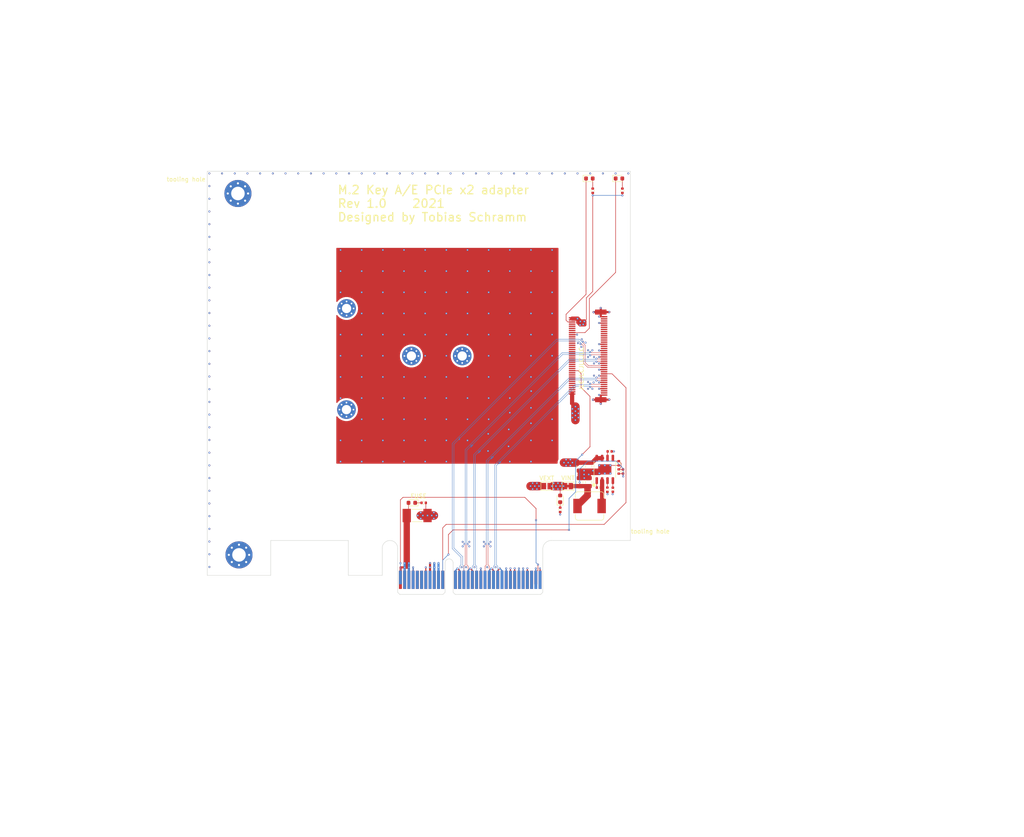
<source format=kicad_pcb>
(kicad_pcb (version 20241229) (generator "pcbnew") (generator_version "9.0")
  (layers (0 "F.Cu" signal) (4 "In1.Cu" signal) (6 "In2.Cu" signal) (2 "B.Cu" signal) (13 "F.Paste" user) (15 "B.Paste" user) (5 "F.SilkS" user) (7 "B.SilkS" user) (1 "F.Mask" user) (3 "B.Mask" user) (25 "Edge.Cuts" user))
  (net 0 "")
  (net 1 "VIN")
  (net 2 "GND")
  (net 3 "Net-(C3-Pad2)")
  (net 4 "Net-(C4-Pad2)")
  (net 5 "Net-(C4-Pad1)")
  (net 6 "Net-(C5-Pad2)")
  (net 7 "Net-(C6-Pad1)")
  (net 8 "Net-(C8-Pad1)")
  (net 9 "+12V")
  (net 10 "Net-(D1-Pad1)")
  (net 11 "+3V3")
  (net 12 "Net-(D2-Pad1)")
  (net 13 "Net-(D3-Pad2)")
  (net 14 "Net-(D3-Pad1)")
  (net 15 "Net-(D4-Pad2)")
  (net 16 "Net-(D4-Pad1)")
  (net 17 "Net-(J1-PadA32)")
  (net 18 "Net-(J1-PadA30)")
  (net 19 "Net-(J1-PadA29)")
  (net 20 "Net-(J1-PadA26)")
  (net 21 "Net-(J1-PadA25)")
  (net 22 "/RX1-")
  (net 23 "/RX1+")
  (net 24 "Net-(J1-PadA19)")
  (net 25 "/PRSNT")
  (net 26 "Net-(J1-PadB30)")
  (net 27 "Net-(J1-PadB28)")
  (net 28 "Net-(J1-PadB27)")
  (net 29 "Net-(J1-PadB24)")
  (net 30 "Net-(J1-PadB23)")
  (net 31 "/TX1-")
  (net 32 "/TX1+")
  (net 33 "VBUS")
  (net 34 "Net-(J1-PadB9)")
  (net 35 "Net-(J1-PadB10)")
  (net 36 "/~{WAKE}")
  (net 37 "/TX0+")
  (net 38 "/TX0-")
  (net 39 "Net-(J1-PadB17)")
  (net 40 "Net-(J1-PadB12)")
  (net 41 "Net-(J1-PadA5)")
  (net 42 "Net-(J1-PadA6)")
  (net 43 "Net-(J1-PadA7)")
  (net 44 "Net-(J1-PadA8)")
  (net 45 "/~{PERST}")
  (net 46 "/CLK-")
  (net 47 "/RX0+")
  (net 48 "/RX0-")
  (net 49 "/CLK+")
  (net 50 "Net-(R2-Pad2)")
  (net 51 "Net-(U2-Pad73)")
  (net 52 "Net-(U2-Pad71)")
  (net 53 "Net-(U2-Pad70)")
  (net 54 "Net-(U2-Pad68)")
  (net 55 "Net-(U2-Pad66)")
  (net 56 "Net-(U2-Pad64)")
  (net 57 "Net-(U2-Pad62)")
  (net 58 "Net-(U2-Pad56)")
  (net 59 "Net-(U2-Pad54)")
  (net 60 "/~{CLKREQ}")
  (net 61 "Net-(U2-Pad50)")
  (net 62 "Net-(U2-Pad48)")
  (net 63 "Net-(U2-Pad46)")
  (net 64 "Net-(U2-Pad44)")
  (net 65 "Net-(U2-Pad42)")
  (net 66 "Net-(U2-Pad40)")
  (net 67 "Net-(U2-Pad38)")
  (net 68 "Net-(U2-Pad36)")
  (net 69 "Net-(U2-Pad34)")
  (net 70 "Net-(U2-Pad32)")
  (net 71 "Net-(U2-Pad31)")
  (net 72 "Net-(U2-Pad30)")
  (net 73 "Net-(U2-Pad29)")
  (net 74 "Net-(U2-Pad28)")
  (net 75 "Net-(U2-Pad26)")
  (net 76 "Net-(U2-Pad25)")
  (net 77 "Net-(U2-Pad24)")
  (net 78 "Net-(U2-Pad23)")
  (net 79 "Net-(U2-Pad22)")
  (net 80 "Net-(U2-Pad21)")
  (net 81 "Net-(U2-Pad20)")
  (net 82 "Net-(U2-Pad19)")
  (net 83 "Net-(U2-Pad17)")
  (net 84 "Net-(U2-Pad5)")
  (net 85 "Net-(U2-Pad3)")
  (net 86 "Net-(J1-PadB5)")
  (net 87 "Net-(J1-PadB6)")
  (net 88 "Net-(U2-Pad58)")
  (net 89 "Net-(U2-Pad60)")
  (footprint "Capacitor_SMD:C_0805_2012Metric" (layer "F.Cu") (at 143 78.15 90)
    (property "Reference" "C1" (hide yes))
    (property "Value" "22uF")
  )
  (footprint "Capacitor_SMD:C_0805_2012Metric" (layer "F.Cu") (at 145.1 78.15 90)
    (property "Reference" "C2" (hide yes))
    (property "Value" "22uF")
  )
  (footprint "Capacitor_SMD:C_0402_1005Metric" (layer "F.Cu") (at 150.05 74.55 180)
    (property "Reference" "C3" (hide yes))
    (property "Value" "1uF")
  )
  (footprint "Capacitor_SMD:C_0402_1005Metric" (layer "F.Cu") (at 147.5 83.1 180)
    (property "Reference" "C4" (hide yes))
    (property "Value" "100nF")
  )
  (footprint "Capacitor_SMD:C_0402_1005Metric" (layer "F.Cu") (at 150.800001 83.6 90)
    (property "Reference" "C5" (hide yes))
    (property "Value" "100nF")
  )
  (footprint "Capacitor_SMD:C_0805_2012Metric" (layer "F.Cu") (at 145.1 81.8 90)
    (property "Reference" "C6" (hide yes))
    (property "Value" "22uF")
  )
  (footprint "Capacitor_SMD:C_0805_2012Metric" (layer "F.Cu") (at 143 81.8 90)
    (property "Reference" "C7" (hide yes))
    (property "Value" "22uF")
  )
  (footprint "Capacitor_SMD:C_0402_1005Metric" (layer "F.Cu") (at 153.2 79.3 -90)
    (property "Reference" "C8" (hide yes))
    (property "Value" "22pF")
  )
  (footprint "LED_SMD:LED_0603_1608Metric" (layer "F.Cu") (at 103.3 86.7 180)
    (property "Reference" "D1" (hide yes))
    (property "Value" "KAPUTT :(")
  )
  (footprint "LED_SMD:LED_0603_1608Metric" (layer "F.Cu") (at 145.25 10.05)
    (property "Reference" "D3" (hide yes))
    (property "Value" "LED1")
  )
  (footprint "LED_SMD:LED_0603_1608Metric" (layer "F.Cu") (at 152.25 10.05)
    (property "Reference" "D4" (hide yes))
    (property "Value" "LED2")
  )
  (footprint "Fuse:Fuse_Littelfuse-NANO2-451_453" (layer "F.Cu") (at 104.55 89.700001)
    (property "Reference" "F1" (hide yes))
    (property "Value" "2A")
  )
  (footprint "Connector_PCBEdge:BUS_PCIexpress_x4" (layer "F.Cu") (at 100.6 104.9)
    (property "Reference" "J1" (hide yes))
    (property "Value" "Connector_PCIe_x4")
    (fp_line (start -0.65 -4.95) (end -0.65 2.95) (stroke (width 0.1)) (layer "Edge.Cuts"))
    (fp_line (start -0.65 2.95) (end -0.15 3.45) (stroke (width 0.1)) (layer "Edge.Cuts"))
    (fp_line (start -0.15 3.45) (end 10.05 3.45) (stroke (width 0.1)) (layer "Edge.Cuts"))
    (fp_line (start 10.55 -4) (end 10.55 2.95) (stroke (width 0.1)) (layer "Edge.Cuts"))
    (fp_line (start 10.55 2.95) (end 10.05 3.45) (stroke (width 0.1)) (layer "Edge.Cuts"))
    (fp_line (start 12.45 -4) (end 12.45 2.95) (stroke (width 0.1)) (layer "Edge.Cuts"))
    (fp_line (start 12.45 2.95) (end 12.95 3.45) (stroke (width 0.1)) (layer "Edge.Cuts"))
    (fp_line (start 12.95 3.45) (end 33.15 3.45) (stroke (width 0.1)) (layer "Edge.Cuts"))
    (fp_line (start 33.65 -4.95) (end 33.65 2.95) (stroke (width 0.1)) (layer "Edge.Cuts"))
    (fp_line (start 33.65 2.95) (end 33.15 3.45) (stroke (width 0.1)) (layer "Edge.Cuts"))
    (fp_arc (start 10.55 -4) (mid 11.5 -4.95) (end 12.45 -4) (stroke (width 0.1)) (layer "Edge.Cuts"))
  )
  (footprint "Jumper:SolderJumper-2_P1.3mm_Bridged_Pad1.0x1.5mm" (layer "F.Cu") (at 140.2 82.75 180)
    (property "Reference" "JP1" (hide yes))
    (property "Value" "VEXT")
  )
  (footprint "Jumper:SolderJumper-2_P1.3mm_Open_Pad1.0x1.5mm" (layer "F.Cu") (at 135.2 82.75)
    (property "Reference" "JP2" (hide yes))
    (property "Value" "VINT")
  )
  (footprint "Resistor_SMD:R_0402_1005Metric" (layer "F.Cu") (at 149.5 83.6 90)
    (property "Reference" "R2" (hide yes))
    (property "Value" "22kR")
  )
  (footprint "Resistor_SMD:R_0402_1005Metric" (layer "F.Cu") (at 138.35 88.35 90)
    (property "Reference" "R3" (hide yes))
    (property "Value" "5.1kR")
  )
  (footprint "Resistor_SMD:R_0402_1005Metric" (layer "F.Cu") (at 152.2 79.3 90)
    (property "Reference" "R4" (hide yes))
    (property "Value" "100kR")
  )
  (footprint "Resistor_SMD:R_0402_1005Metric" (layer "F.Cu") (at 152.200001 77.35 -90)
    (property "Reference" "R5" (hide yes))
    (property "Value" "22kR")
  )
  (footprint "Resistor_SMD:R_0402_1005Metric" (layer "F.Cu") (at 146.05 12.95 90)
    (property "Reference" "R6" (hide yes))
    (property "Value" "5.1kR")
  )
  (footprint "Resistor_SMD:R_0402_1005Metric" (layer "F.Cu") (at 153.05 12.95 90)
    (property "Reference" "R7" (hide yes))
    (property "Value" "5.1kR")
  )
  (footprint "Package_SO:HSOP-8-1EP_3.9x4.9mm_P1.27mm_EP2.41x3.1mm_ThermalVias" (layer "F.Cu") (at 148.9 78.8 90)
    (property "Reference" "U1" (hide yes))
    (property "Value" "SY8204")
  )
  (footprint "MountingHole:MountingHole_3.2mm_M3_Pad_Via" (layer "F.Cu") (at 62.2 13.6)
    (property "Reference" "H1" (hide yes))
    (property "Value" "MountingHole")
  )
  (footprint "MountingHole:MountingHole_3.2mm_M3_Pad_Via" (layer "F.Cu") (at 62.45 99)
    (property "Reference" "H2" (hide yes))
    (property "Value" "MountingHole")
  )
  (footprint "amphenol-m.2:MDTXXXXXX001" (layer "F.Cu") (at 143.45 51.975 -90)
    (property "Reference" "U2" (hide yes))
    (property "Value" "M.2-NGFF-Full")
  )
  (footprint "Resistor_SMD:R_0402_1005Metric" (layer "F.Cu") (at 106.1 86.7 180)
    (property "Reference" "R1" (hide yes))
    (property "Value" "5.1kR")
  )
  (footprint "Inductor_SMD:L_Sumida_CDMC6D28_7.25x6.5mm" (layer "F.Cu") (at 145.3 87.45 180)
    (property "Reference" "L1" (hide yes))
    (property "Value" "10uH")
  )
  (footprint "LED_SMD:LED_0603_1608Metric" (layer "F.Cu") (at 138.35 85.75 90)
    (property "Reference" "D2" (hide yes))
    (property "Value" "PWR")
  )
  (footprint "MountingHole:MountingHole_2.2mm_M2_Pad_Via" (layer "F.Cu") (at 87.85 64.675)
    (property "Reference" "H4" (hide yes))
    (property "Value" "MountingHole")
  )
  (footprint "MountingHole:MountingHole_2.2mm_M2_Pad_Via" (layer "F.Cu") (at 87.875 40.775)
    (property "Reference" "H3" (hide yes))
    (property "Value" "MountingHole")
  )
  (footprint "MountingHole:MountingHole_2.2mm_M2_Pad_Via" (layer "F.Cu") (at 115.2 52)
    (property "Reference" "H6" (hide yes))
    (property "Value" "MountingHole")
  )
  (footprint "MountingHole:MountingHole_2.2mm_M2_Pad_Via" (layer "F.Cu") (at 103.2 52)
    (property "Reference" "H5" (hide yes))
    (property "Value" "MountingHole")
  )
  (footprint "ToolingHole:ToolingHole_JLCSMT" (layer "F.Cu") (at 152.95 93.55)
    (property "Reference" "H8" (hide yes))
    (property "Value" "MountingHole")
  )
  (footprint "ToolingHole:ToolingHole_JLCSMT" (layer "F.Cu") (at 56.95 10.35)
    (property "Reference" "H7" (hide yes))
    (property "Value" "MountingHole")
  )
  (gr_circle (center 146.325 82.5) (end 146.548607 82.5) (stroke (width 0.4)) (fill no) (layer "F.SilkS"))
  (gr_arc (start 134.249999 97.600001) (mid 134.835786 96.185787) (end 136.25 95.6) (stroke (width 0.1)) (layer "Edge.Cuts"))
  (gr_line (start 99.95 99.95) (end 99.95 97.6) (stroke (width 0.1)) (layer "Edge.Cuts"))
  (gr_line (start 134.25 99.95) (end 134.25 97.6) (stroke (width 0.1)) (layer "Edge.Cuts"))
  (gr_line (start 99.95 97.425) (end 99.95 97.6) (stroke (width 0.1)) (layer "Edge.Cuts"))
  (gr_line (start 54.95 103.85) (end 54.95 8.35) (stroke (width 0.1)) (layer "Edge.Cuts"))
  (gr_arc (start 96.3 97.425) (mid 98.125 95.6) (end 99.95 97.425) (stroke (width 0.1)) (layer "Edge.Cuts"))
  (gr_line (start 136.25 95.6) (end 154.95 95.6) (stroke (width 0.1)) (layer "Edge.Cuts"))
  (gr_line (start 88.3 103.85) (end 88.3 95.6) (stroke (width 0.1)) (layer "Edge.Cuts"))
  (gr_line (start 96.3 97.425) (end 96.3 103.85) (stroke (width 0.1)) (layer "Edge.Cuts"))
  (gr_line (start 69.95 95.6) (end 69.95 103.85) (stroke (width 0.1)) (layer "Edge.Cuts"))
  (gr_line (start 88.3 95.6) (end 69.95 95.6) (stroke (width 0.1)) (layer "Edge.Cuts"))
  (gr_line (start 54.95 8.35) (end 154.95 8.35) (stroke (width 0.1)) (layer "Edge.Cuts"))
  (gr_line (start 154.95 95.6) (end 154.95 8.35) (stroke (width 0.1)) (layer "Edge.Cuts"))
  (gr_line (start 96.3 103.85) (end 88.3 103.85) (stroke (width 0.1)) (layer "Edge.Cuts"))
  (gr_line (start 69.95 103.85) (end 54.95 103.85) (stroke (width 0.1)) (layer "Edge.Cuts"))
  (gr_text "VINT" (at 140.2 80.85 0) (layer "F.SilkS") (effects (font (size 1 1))))
  (gr_text "VEXT" (at 135.2 80.9 0) (layer "F.SilkS") (effects (font (size 1 1))))
  (gr_text "FUSE" (at 104.9 85.125 0) (layer "F.SilkS") (effects (font (size 1 1))))
  (gr_text "M.2 Key A/E PCIe x2 adapter\nRev 1.0    2021\nDesigned by Tobias Schramm" (at 85.625 15.975 0) (layer "F.SilkS") (effects (font (size 2 2) (thickness 0.3)) (justify left)))
  (gr_text "JLCJLCJLCJLC" (at 143.375 55.025 90) (layer "F.SilkS") (effects (font (size 1 1))))
  (segment (start 146.95 76.15) (end 148.25 76.15) (width 1) (layer "F.Cu") (net 1))
  (segment (start 108.499999 89.700001) (end 108.5 89.7) (width 2) (layer "F.Cu") (net 1))
  (segment (start 143 77.2) (end 142 77.2) (width 1) (layer "F.Cu") (net 1))
  (segment (start 143 77.2) (end 145.9 77.2) (width 1) (layer "F.Cu") (net 1))
  (segment (start 149.5 84.6) (end 149.55 84.65) (width 0.127) (layer "F.Cu") (net 1))
  (segment (start 107.005 89.700001) (end 108.499999 89.700001) (width 2) (layer "F.Cu") (net 1))
  (segment (start 141.25 77.2) (end 139.25 77.2) (width 1) (layer "F.Cu") (net 1))
  (segment (start 149.5 84.11) (end 149.5 84.6) (width 0.127) (layer "F.Cu") (net 1))
  (segment (start 142 77.2) (end 141.25 77.2) (width 1) (layer "F.Cu") (net 1))
  (segment (start 139.25 77.2) (end 142 77.2) (width 2) (layer "F.Cu") (net 1))
  (segment (start 145.9 77.2) (end 146.95 76.15) (width 1) (layer "F.Cu") (net 1))
  (segment (start 106.61 86.7) (end 106.61 89.9) (width 0.127) (layer "F.Cu") (net 1))
  (segment (start 105.4 89.7) (end 107.05 89.7) (width 2) (layer "F.Cu") (net 1))
  (via (at 139.25 77.2) (size 0.45) (drill 0.2) (layers "F.Cu" "B.Cu") (net 1))
  (via (at 105.9 89.7) (size 0.45) (drill 0.2) (layers "F.Cu" "B.Cu") (net 1))
  (via (at 107 89.7) (size 0.45) (drill 0.2) (layers "F.Cu" "B.Cu") (net 1))
  (via (at 139.75 77.9) (size 0.45) (drill 0.2) (layers "F.Cu" "B.Cu") (net 1))
  (via (at 140.25 77.2) (size 0.45) (drill 0.2) (layers "F.Cu" "B.Cu") (net 1))
  (via (at 108 89.7) (size 0.45) (drill 0.2) (layers "F.Cu" "B.Cu") (net 1))
  (via (at 108.5 89) (size 0.45) (drill 0.2) (layers "F.Cu" "B.Cu") (net 1))
  (via (at 140.75 76.5) (size 0.45) (drill 0.2) (layers "F.Cu" "B.Cu") (net 1))
  (via (at 149.55 84.65) (size 0.45) (drill 0.2) (layers "F.Cu" "B.Cu") (net 1))
  (via (at 109.1 89.7) (size 0.45) (drill 0.2) (layers "F.Cu" "B.Cu") (net 1))
  (via (at 105.4 90.4) (size 0.45) (drill 0.2) (layers "F.Cu" "B.Cu") (net 1))
  (via (at 141.25 77.2) (size 0.45) (drill 0.2) (layers "F.Cu" "B.Cu") (net 1))
  (via (at 104.7 89.7) (size 0.45) (drill 0.2) (layers "F.Cu" "B.Cu") (net 1))
  (via (at 108.5 90.4) (size 0.45) (drill 0.2) (layers "F.Cu" "B.Cu") (net 1))
  (via (at 140.75 77.9) (size 0.45) (drill 0.2) (layers "F.Cu" "B.Cu") (net 1))
  (via (at 105.4 89) (size 0.45) (drill 0.2) (layers "F.Cu" "B.Cu") (net 1))
  (via (at 139.75 76.5) (size 0.45) (drill 0.2) (layers "F.Cu" "B.Cu") (net 1))
  (segment (start 144.05 80.85) (end 145.25 80.85) (width 1) (layer "F.Cu") (net 2))
  (segment (start 144 79.1) (end 146.1 79.1) (width 1) (layer "F.Cu") (net 2))
  (segment (start 145.099999 80) (end 145.1 80.750001) (width 1) (layer "F.Cu") (net 2))
  (segment (start 146.1 79.1) (end 149 79.1) (width 1) (layer "F.Cu") (net 2))
  (segment (start 144 80) (end 143 80) (width 1) (layer "F.Cu") (net 2))
  (segment (start 152.2 77.86) (end 150.05 77.859999) (width 0.127) (layer "F.Cu") (net 2))
  (segment (start 138.35 88.86) (end 138.35 89.45) (width 0.127) (layer "F.Cu") (net 2))
  (segment (start 122.6 102.7) (end 122.1 102.2) (width 0.25) (layer "F.Cu") (net 2))
  (segment (start 149.925 41.625) (end 149.95 41.6) (width 0.5) (layer "F.Cu") (net 2))
  (segment (start 147.95 41.625) (end 149.925 41.625) (width 0.5) (layer "F.Cu") (net 2))
  (segment (start 106.6 104.9) (end 106.6 101.95) (width 0.25) (layer "F.Cu") (net 2))
  (segment (start 148.725 50.725) (end 147.575 50.725) (width 0.25) (layer "F.Cu") (net 2))
  (segment (start 147.575 44.225) (end 147.55 44.2) (width 0.25) (layer "F.Cu") (net 2))
  (segment (start 150.8 84.080001) (end 150.8 84.6) (width 0.127) (layer "F.Cu") (net 2))
  (segment (start 141.175 46.975) (end 142.325 46.975) (width 0.127) (layer "F.Cu") (net 2))
  (segment (start 114.6 102.7) (end 114.1 102.2) (width 0.25) (layer "F.Cu") (net 2))
  (segment (start 103.6 104.9) (end 103.6 101.95) (width 0.25) (layer "F.Cu") (net 2))
  (segment (start 150.8 84.6) (end 150.75 84.65) (width 0.127) (layer "F.Cu") (net 2))
  (segment (start 148.725 56.725) (end 147.625 56.725) (width 0.25) (layer "F.Cu") (net 2))
  (segment (start 146.275 41.625) (end 146.25 41.65) (width 0.5) (layer "F.Cu") (net 2))
  (segment (start 147.575 53.725) (end 147.55 53.75) (width 0.25) (layer "F.Cu") (net 2))
  (segment (start 143 80.85) (end 144.05 80.85) (width 1) (layer "F.Cu") (net 2))
  (segment (start 133.6 104.9) (end 133.6 102.2) (width 0.25) (layer "F.Cu") (net 2))
  (segment (start 114.6 104.9) (end 114.6 102.7) (width 0.25) (layer "F.Cu") (net 2))
  (segment (start 145.1 79.099999) (end 145.099999 80) (width 1) (layer "F.Cu") (net 2))
  (segment (start 147.95 41.625) (end 147.95 40.65) (width 0.5) (layer "F.Cu") (net 2))
  (segment (start 147.675 58.225) (end 147.55 58.35) (width 0.25) (layer "F.Cu") (net 2))
  (segment (start 148.725 59.725) (end 147.575 59.725) (width 0.25) (layer "F.Cu") (net 2))
  (segment (start 143 79.1) (end 144 79.1) (width 1) (layer "F.Cu") (net 2))
  (segment (start 148.725 44.225) (end 147.575 44.225) (width 0.25) (layer "F.Cu") (net 2))
  (segment (start 147.625 56.725) (end 147.55 56.65) (width 0.25) (layer "F.Cu") (net 2))
  (segment (start 123.6 104.9) (end 123.6 102.7) (width 0.25) (layer "F.Cu") (net 2))
  (segment (start 122.6 104.9) (end 122.6 102.7) (width 0.25) (layer "F.Cu") (net 2))
  (segment (start 126.6 104.9) (end 126.6 102.2) (width 0.25) (layer "F.Cu") (net 2))
  (segment (start 148.725 53.725) (end 147.575 53.725) (width 0.25) (layer "F.Cu") (net 2))
  (segment (start 148.725 49.225) (end 147.575 49.225) (width 0.25) (layer "F.Cu") (net 2))
  (segment (start 148.725 55.225) (end 147.575 55.225) (width 0.25) (layer "F.Cu") (net 2))
  (segment (start 147.95 62.325) (end 149.925 62.325) (width 0.5) (layer "F.Cu") (net 2))
  (segment (start 148.725 42.725) (end 147.575 42.725) (width 0.25) (layer "F.Cu") (net 2))
  (segment (start 147.575 61.225) (end 147.55 61.2) (width 0.25) (layer "F.Cu") (net 2))
  (segment (start 145.099999 80) (end 145.45 79.65) (width 1) (layer "F.Cu") (net 2))
  (segment (start 119.6 104.9) (end 119.6 102.2) (width 0.25) (layer "F.Cu") (net 2))
  (segment (start 117.6 104.9) (end 117.6 102.7) (width 0.25) (layer "F.Cu") (net 2))
  (segment (start 147.575 42.725) (end 147.55 42.7) (width 0.25) (layer "F.Cu") (net 2))
  (segment (start 145.099999 80) (end 144 80) (width 1) (layer "F.Cu") (net 2))
  (segment (start 150.53 74.55) (end 151.05 74.55) (width 0.127) (layer "F.Cu") (net 2))
  (segment (start 143 80) (end 143 80.85) (width 1) (layer "F.Cu") (net 2))
  (segment (start 146.125 62.325) (end 146.1 62.35) (width 0.5) (layer "F.Cu") (net 2))
  (segment (start 143 79.1) (end 143 80) (width 1) (layer "F.Cu") (net 2))
  (segment (start 142.325 46.975) (end 142.35 46.95) (width 0.127) (layer "F.Cu") (net 2))
  (segment (start 148.725 58.225) (end 147.675 58.225) (width 0.25) (layer "F.Cu") (net 2))
  (segment (start 145.45 79.65) (end 147.65 79.65) (width 1) (layer "F.Cu") (net 2))
  (segment (start 130.6 104.9) (end 130.6 102.2) (width 0.25) (layer "F.Cu") (net 2))
  (segment (start 147.95 62.325) (end 146.125 62.325) (width 0.5) (layer "F.Cu") (net 2))
  (segment (start 148.725 61.225) (end 147.575 61.225) (width 0.25) (layer "F.Cu") (net 2))
  (segment (start 147.575 50.725) (end 147.55 50.7) (width 0.25) (layer "F.Cu") (net 2))
  (segment (start 147.575 49.225) (end 147.55 49.2) (width 0.25) (layer "F.Cu") (net 2))
  (segment (start 147.575 59.725) (end 147.55 59.75) (width 0.25) (layer "F.Cu") (net 2))
  (segment (start 117.6 102.7) (end 117.1 102.2) (width 0.25) (layer "F.Cu") (net 2))
  (segment (start 147.95 41.625) (end 146.275 41.625) (width 0.5) (layer "F.Cu") (net 2))
  (segment (start 147.575 52.225) (end 147.55 52.25) (width 0.25) (layer "F.Cu") (net 2))
  (segment (start 147.95 62.325) (end 147.95 63.3) (width 0.5) (layer "F.Cu") (net 2))
  (segment (start 127.6 104.9) (end 127.6 102.2) (width 0.25) (layer "F.Cu") (net 2))
  (segment (start 147.95 41.625) (end 147.95 42.65) (width 0.5) (layer "F.Cu") (net 2))
  (segment (start 147.95 62.325) (end 147.95 61.4) (width 0.5) (layer "F.Cu") (net 2))
  (segment (start 149.925 62.325) (end 149.95 62.3) (width 0.5) (layer "F.Cu") (net 2))
  (segment (start 148.725 52.225) (end 147.575 52.225) (width 0.25) (layer "F.Cu") (net 2))
  (segment (start 147.575 55.225) (end 147.55 55.25) (width 0.25) (layer "F.Cu") (net 2))
  (segment (start 123.6 102.7) (end 124.1 102.2) (width 0.25) (layer "F.Cu") (net 2))
  (via (at 91.45 26.95) (size 0.45) (drill 0.2) (layers "F.Cu" "B.Cu") (net 2))
  (via (at 96.45 26.95) (size 0.45) (drill 0.2) (layers "F.Cu" "B.Cu") (net 2))
  (via (at 101.45 26.95) (size 0.45) (drill 0.2) (layers "F.Cu" "B.Cu") (net 2))
  (via (at 106.45 26.95) (size 0.45) (drill 0.2) (layers "F.Cu" "B.Cu") (net 2))
  (via (at 111.45 26.95) (size 0.45) (drill 0.2) (layers "F.Cu" "B.Cu") (net 2))
  (via (at 116.45 26.95) (size 0.45) (drill 0.2) (layers "F.Cu" "B.Cu") (net 2))
  (via (at 121.45 26.95) (size 0.45) (drill 0.2) (layers "F.Cu" "B.Cu") (net 2))
  (via (at 126.45 26.95) (size 0.45) (drill 0.2) (layers "F.Cu" "B.Cu") (net 2))
  (via (at 131.45 26.95) (size 0.45) (drill 0.2) (layers "F.Cu" "B.Cu") (net 2))
  (via (at 136.45 26.95) (size 0.45) (drill 0.2) (layers "F.Cu" "B.Cu") (net 2))
  (via (at 86.45 31.95) (size 0.45) (drill 0.2) (layers "F.Cu" "B.Cu") (net 2))
  (via (at 91.45 31.95) (size 0.45) (drill 0.2) (layers "F.Cu" "B.Cu") (net 2))
  (via (at 96.45 31.95) (size 0.45) (drill 0.2) (layers "F.Cu" "B.Cu") (net 2))
  (via (at 101.45 31.95) (size 0.45) (drill 0.2) (layers "F.Cu" "B.Cu") (net 2))
  (via (at 106.45 31.95) (size 0.45) (drill 0.2) (layers "F.Cu" "B.Cu") (net 2))
  (via (at 111.45 31.95) (size 0.45) (drill 0.2) (layers "F.Cu" "B.Cu") (net 2))
  (via (at 116.45 31.95) (size 0.45) (drill 0.2) (layers "F.Cu" "B.Cu") (net 2))
  (via (at 121.45 31.95) (size 0.45) (drill 0.2) (layers "F.Cu" "B.Cu") (net 2))
  (via (at 126.45 31.95) (size 0.45) (drill 0.2) (layers "F.Cu" "B.Cu") (net 2))
  (via (at 131.45 31.95) (size 0.45) (drill 0.2) (layers "F.Cu" "B.Cu") (net 2))
  (via (at 136.45 31.95) (size 0.45) (drill 0.2) (layers "F.Cu" "B.Cu") (net 2))
  (via (at 86.45 36.95) (size 0.45) (drill 0.2) (layers "F.Cu" "B.Cu") (net 2))
  (via (at 91.45 36.95) (size 0.45) (drill 0.2) (layers "F.Cu" "B.Cu") (net 2))
  (via (at 96.45 36.95) (size 0.45) (drill 0.2) (layers "F.Cu" "B.Cu") (net 2))
  (via (at 101.45 36.95) (size 0.45) (drill 0.2) (layers "F.Cu" "B.Cu") (net 2))
  (via (at 106.45 36.95) (size 0.45) (drill 0.2) (layers "F.Cu" "B.Cu") (net 2))
  (via (at 111.45 36.95) (size 0.45) (drill 0.2) (layers "F.Cu" "B.Cu") (net 2))
  (via (at 116.45 36.95) (size 0.45) (drill 0.2) (layers "F.Cu" "B.Cu") (net 2))
  (via (at 121.45 36.95) (size 0.45) (drill 0.2) (layers "F.Cu" "B.Cu") (net 2))
  (via (at 126.45 36.95) (size 0.45) (drill 0.2) (layers "F.Cu" "B.Cu") (net 2))
  (via (at 131.45 36.95) (size 0.45) (drill 0.2) (layers "F.Cu" "B.Cu") (net 2))
  (via (at 136.45 36.95) (size 0.45) (drill 0.2) (layers "F.Cu" "B.Cu") (net 2))
  (via (at 91.45 41.95) (size 0.45) (drill 0.2) (layers "F.Cu" "B.Cu") (net 2))
  (via (at 96.45 41.95) (size 0.45) (drill 0.2) (layers "F.Cu" "B.Cu") (net 2))
  (via (at 101.45 41.95) (size 0.45) (drill 0.2) (layers "F.Cu" "B.Cu") (net 2))
  (via (at 106.45 41.95) (size 0.45) (drill 0.2) (layers "F.Cu" "B.Cu") (net 2))
  (via (at 111.45 41.95) (size 0.45) (drill 0.2) (layers "F.Cu" "B.Cu") (net 2))
  (via (at 116.45 41.95) (size 0.45) (drill 0.2) (layers "F.Cu" "B.Cu") (net 2))
  (via (at 121.45 41.95) (size 0.45) (drill 0.2) (layers "F.Cu" "B.Cu") (net 2))
  (via (at 126.45 41.95) (size 0.45) (drill 0.2) (layers "F.Cu" "B.Cu") (net 2))
  (via (at 131.45 41.95) (size 0.45) (drill 0.2) (layers "F.Cu" "B.Cu") (net 2))
  (via (at 136.45 41.95) (size 0.45) (drill 0.2) (layers "F.Cu" "B.Cu") (net 2))
  (via (at 86.45 46.95) (size 0.45) (drill 0.2) (layers "F.Cu" "B.Cu") (net 2))
  (via (at 91.45 46.95) (size 0.45) (drill 0.2) (layers "F.Cu" "B.Cu") (net 2))
  (via (at 96.45 46.95) (size 0.45) (drill 0.2) (layers "F.Cu" "B.Cu") (net 2))
  (via (at 101.45 46.95) (size 0.45) (drill 0.2) (layers "F.Cu" "B.Cu") (net 2))
  (via (at 106.45 46.95) (size 0.45) (drill 0.2) (layers "F.Cu" "B.Cu") (net 2))
  (via (at 111.45 46.95) (size 0.45) (drill 0.2) (layers "F.Cu" "B.Cu") (net 2))
  (via (at 116.45 46.95) (size 0.45) (drill 0.2) (layers "F.Cu" "B.Cu") (net 2))
  (via (at 121.45 46.95) (size 0.45) (drill 0.2) (layers "F.Cu" "B.Cu") (net 2))
  (via (at 126.45 46.95) (size 0.45) (drill 0.2) (layers "F.Cu" "B.Cu") (net 2))
  (via (at 131.45 46.95) (size 0.45) (drill 0.2) (layers "F.Cu" "B.Cu") (net 2))
  (via (at 136.45 46.95) (size 0.45) (drill 0.2) (layers "F.Cu" "B.Cu") (net 2))
  (via (at 86.45 51.95) (size 0.45) (drill 0.2) (layers "F.Cu" "B.Cu") (net 2))
  (via (at 91.45 51.95) (size 0.45) (drill 0.2) (layers "F.Cu" "B.Cu") (net 2))
  (via (at 96.45 51.95) (size 0.45) (drill 0.2) (layers "F.Cu" "B.Cu") (net 2))
  (via (at 106.45 51.95) (size 0.45) (drill 0.2) (layers "F.Cu" "B.Cu") (net 2))
  (via (at 111.45 51.95) (size 0.45) (drill 0.2) (layers "F.Cu" "B.Cu") (net 2))
  (via (at 121.45 51.95) (size 0.45) (drill 0.2) (layers "F.Cu" "B.Cu") (net 2))
  (via (at 126.45 51.95) (size 0.45) (drill 0.2) (layers "F.Cu" "B.Cu") (net 2))
  (via (at 131.45 51.95) (size 0.45) (drill 0.2) (layers "F.Cu" "B.Cu") (net 2))
  (via (at 136.45 51.95) (size 0.45) (drill 0.2) (layers "F.Cu" "B.Cu") (net 2))
  (via (at 86.45 56.95) (size 0.45) (drill 0.2) (layers "F.Cu" "B.Cu") (net 2))
  (via (at 91.45 56.95) (size 0.45) (drill 0.2) (layers "F.Cu" "B.Cu") (net 2))
  (via (at 96.45 56.95) (size 0.45) (drill 0.2) (layers "F.Cu" "B.Cu") (net 2))
  (via (at 101.45 56.95) (size 0.45) (drill 0.2) (layers "F.Cu" "B.Cu") (net 2))
  (via (at 106.45 56.95) (size 0.45) (drill 0.2) (layers "F.Cu" "B.Cu") (net 2))
  (via (at 111.45 56.95) (size 0.45) (drill 0.2) (layers "F.Cu" "B.Cu") (net 2))
  (via (at 116.45 56.95) (size 0.45) (drill 0.2) (layers "F.Cu" "B.Cu") (net 2))
  (via (at 121.45 56.95) (size 0.45) (drill 0.2) (layers "F.Cu" "B.Cu") (net 2))
  (via (at 126.45 56.95) (size 0.45) (drill 0.2) (layers "F.Cu" "B.Cu") (net 2))
  (via (at 131.45 56.95) (size 0.45) (drill 0.2) (layers "F.Cu" "B.Cu") (net 2))
  (via (at 86.45 61.95) (size 0.45) (drill 0.2) (layers "F.Cu" "B.Cu") (net 2))
  (via (at 91.45 61.95) (size 0.45) (drill 0.2) (layers "F.Cu" "B.Cu") (net 2))
  (via (at 96.45 61.95) (size 0.45) (drill 0.2) (layers "F.Cu" "B.Cu") (net 2))
  (via (at 101.45 61.95) (size 0.45) (drill 0.2) (layers "F.Cu" "B.Cu") (net 2))
  (via (at 106.45 61.95) (size 0.45) (drill 0.2) (layers "F.Cu" "B.Cu") (net 2))
  (via (at 111.45 61.95) (size 0.45) (drill 0.2) (layers "F.Cu" "B.Cu") (net 2))
  (via (at 116.45 61.95) (size 0.45) (drill 0.2) (layers "F.Cu" "B.Cu") (net 2))
  (via (at 121.45 61.95) (size 0.45) (drill 0.2) (layers "F.Cu" "B.Cu") (net 2))
  (via (at 126.45 61.95) (size 0.45) (drill 0.2) (layers "F.Cu" "B.Cu") (net 2))
  (via (at 91.45 66.95) (size 0.45) (drill 0.2) (layers "F.Cu" "B.Cu") (net 2))
  (via (at 96.45 66.95) (size 0.45) (drill 0.2) (layers "F.Cu" "B.Cu") (net 2))
  (via (at 101.45 66.95) (size 0.45) (drill 0.2) (layers "F.Cu" "B.Cu") (net 2))
  (via (at 106.45 66.95) (size 0.45) (drill 0.2) (layers "F.Cu" "B.Cu") (net 2))
  (via (at 111.45 66.95) (size 0.45) (drill 0.2) (layers "F.Cu" "B.Cu") (net 2))
  (via (at 116.45 66.95) (size 0.45) (drill 0.2) (layers "F.Cu" "B.Cu") (net 2))
  (via (at 121.45 66.95) (size 0.45) (drill 0.2) (layers "F.Cu" "B.Cu") (net 2))
  (via (at 136.45 66.95) (size 0.45) (drill 0.2) (layers "F.Cu" "B.Cu") (net 2))
  (via (at 86.45 71.95) (size 0.45) (drill 0.2) (layers "F.Cu" "B.Cu") (net 2))
  (via (at 91.45 71.95) (size 0.45) (drill 0.2) (layers "F.Cu" "B.Cu") (net 2))
  (via (at 96.45 71.95) (size 0.45) (drill 0.2) (layers "F.Cu" "B.Cu") (net 2))
  (via (at 101.45 71.95) (size 0.45) (drill 0.2) (layers "F.Cu" "B.Cu") (net 2))
  (via (at 106.45 71.95) (size 0.45) (drill 0.2) (layers "F.Cu" "B.Cu") (net 2))
  (via (at 111.45 71.95) (size 0.45) (drill 0.2) (layers "F.Cu" "B.Cu") (net 2))
  (via (at 116.45 71.95) (size 0.45) (drill 0.2) (layers "F.Cu" "B.Cu") (net 2))
  (via (at 131.45 71.95) (size 0.45) (drill 0.2) (layers "F.Cu" "B.Cu") (net 2))
  (via (at 136.45 71.95) (size 0.45) (drill 0.2) (layers "F.Cu" "B.Cu") (net 2))
  (via (at 86.45 76.95) (size 0.45) (drill 0.2) (layers "F.Cu" "B.Cu") (net 2))
  (via (at 91.45 76.95) (size 0.45) (drill 0.2) (layers "F.Cu" "B.Cu") (net 2))
  (via (at 96.45 76.95) (size 0.45) (drill 0.2) (layers "F.Cu" "B.Cu") (net 2))
  (via (at 101.45 76.95) (size 0.45) (drill 0.2) (layers "F.Cu" "B.Cu") (net 2))
  (via (at 106.45 76.95) (size 0.45) (drill 0.2) (layers "F.Cu" "B.Cu") (net 2))
  (via (at 111.45 76.95) (size 0.45) (drill 0.2) (layers "F.Cu" "B.Cu") (net 2))
  (via (at 126.45 76.95) (size 0.45) (drill 0.2) (layers "F.Cu" "B.Cu") (net 2))
  (via (at 131.45 76.95) (size 0.45) (drill 0.2) (layers "F.Cu" "B.Cu") (net 2))
  (via (at 58.45 8.85) (size 0.45) (drill 0.2) (layers "F.Cu" "B.Cu") (net 2))
  (via (at 61.45 8.85) (size 0.45) (drill 0.2) (layers "F.Cu" "B.Cu") (net 2))
  (via (at 64.45 8.85) (size 0.45) (drill 0.2) (layers "F.Cu" "B.Cu") (net 2))
  (via (at 67.45 8.85) (size 0.45) (drill 0.2) (layers "F.Cu" "B.Cu") (net 2))
  (via (at 70.45 8.85) (size 0.45) (drill 0.2) (layers "F.Cu" "B.Cu") (net 2))
  (via (at 73.45 8.85) (size 0.45) (drill 0.2) (layers "F.Cu" "B.Cu") (net 2))
  (via (at 76.45 8.85) (size 0.45) (drill 0.2) (layers "F.Cu" "B.Cu") (net 2))
  (via (at 79.45 8.85) (size 0.45) (drill 0.2) (layers "F.Cu" "B.Cu") (net 2))
  (via (at 82.45 8.85) (size 0.45) (drill 0.2) (layers "F.Cu" "B.Cu") (net 2))
  (via (at 85.45 8.85) (size 0.45) (drill 0.2) (layers "F.Cu" "B.Cu") (net 2))
  (via (at 88.45 8.85) (size 0.45) (drill 0.2) (layers "F.Cu" "B.Cu") (net 2))
  (via (at 91.45 8.85) (size 0.45) (drill 0.2) (layers "F.Cu" "B.Cu") (net 2))
  (via (at 94.45 8.85) (size 0.45) (drill 0.2) (layers "F.Cu" "B.Cu") (net 2))
  (via (at 97.45 8.85) (size 0.45) (drill 0.2) (layers "F.Cu" "B.Cu") (net 2))
  (via (at 100.45 8.85) (size 0.45) (drill 0.2) (layers "F.Cu" "B.Cu") (net 2))
  (via (at 103.45 8.85) (size 0.45) (drill 0.2) (layers "F.Cu" "B.Cu") (net 2))
  (via (at 106.45 8.85) (size 0.45) (drill 0.2) (layers "F.Cu" "B.Cu") (net 2))
  (via (at 109.45 8.85) (size 0.45) (drill 0.2) (layers "F.Cu" "B.Cu") (net 2))
  (via (at 112.45 8.85) (size 0.45) (drill 0.2) (layers "F.Cu" "B.Cu") (net 2))
  (via (at 115.45 8.85) (size 0.45) (drill 0.2) (layers "F.Cu" "B.Cu") (net 2))
  (via (at 118.45 8.85) (size 0.45) (drill 0.2) (layers "F.Cu" "B.Cu") (net 2))
  (via (at 121.45 8.85) (size 0.45) (drill 0.2) (layers "F.Cu" "B.Cu") (net 2))
  (via (at 124.45 8.85) (size 0.45) (drill 0.2) (layers "F.Cu" "B.Cu") (net 2))
  (via (at 127.45 8.85) (size 0.45) (drill 0.2) (layers "F.Cu" "B.Cu") (net 2))
  (via (at 130.45 8.85) (size 0.45) (drill 0.2) (layers "F.Cu" "B.Cu") (net 2))
  (via (at 133.45 8.85) (size 0.45) (drill 0.2) (layers "F.Cu" "B.Cu") (net 2))
  (via (at 136.45 8.85) (size 0.45) (drill 0.2) (layers "F.Cu" "B.Cu") (net 2))
  (via (at 139.45 8.85) (size 0.45) (drill 0.2) (layers "F.Cu" "B.Cu") (net 2))
  (via (at 142.45 8.85) (size 0.45) (drill 0.2) (layers "F.Cu" "B.Cu") (net 2))
  (via (at 145.45 8.85) (size 0.45) (drill 0.2) (layers "F.Cu" "B.Cu") (net 2))
  (via (at 148.45 8.85) (size 0.45) (drill 0.2) (layers "F.Cu" "B.Cu") (net 2))
  (via (at 151.45 8.85) (size 0.45) (drill 0.2) (layers "F.Cu" "B.Cu") (net 2))
  (via (at 154.45 8.85) (size 0.45) (drill 0.2) (layers "F.Cu" "B.Cu") (net 2))
  (via (at 55.45 11.85) (size 0.45) (drill 0.2) (layers "F.Cu" "B.Cu") (net 2))
  (via (at 55.45 14.85) (size 0.45) (drill 0.2) (layers "F.Cu" "B.Cu") (net 2))
  (via (at 55.45 17.85) (size 0.45) (drill 0.2) (layers "F.Cu" "B.Cu") (net 2))
  (via (at 55.45 20.85) (size 0.45) (drill 0.2) (layers "F.Cu" "B.Cu") (net 2))
  (via (at 55.45 23.85) (size 0.45) (drill 0.2) (layers "F.Cu" "B.Cu") (net 2))
  (via (at 55.45 26.85) (size 0.45) (drill 0.2) (layers "F.Cu" "B.Cu") (net 2))
  (via (at 55.45 29.85) (size 0.45) (drill 0.2) (layers "F.Cu" "B.Cu") (net 2))
  (via (at 55.45 32.85) (size 0.45) (drill 0.2) (layers "F.Cu" "B.Cu") (net 2))
  (via (at 55.45 35.85) (size 0.45) (drill 0.2) (layers "F.Cu" "B.Cu") (net 2))
  (via (at 55.45 38.85) (size 0.45) (drill 0.2) (layers "F.Cu" "B.Cu") (net 2))
  (via (at 55.45 41.85) (size 0.45) (drill 0.2) (layers "F.Cu" "B.Cu") (net 2))
  (via (at 55.45 44.85) (size 0.45) (drill 0.2) (layers "F.Cu" "B.Cu") (net 2))
  (via (at 55.45 47.85) (size 0.45) (drill 0.2) (layers "F.Cu" "B.Cu") (net 2))
  (via (at 55.45 50.85) (size 0.45) (drill 0.2) (layers "F.Cu" "B.Cu") (net 2))
  (via (at 55.45 53.85) (size 0.45) (drill 0.2) (layers "F.Cu" "B.Cu") (net 2))
  (via (at 55.45 56.85) (size 0.45) (drill 0.2) (layers "F.Cu" "B.Cu") (net 2))
  (via (at 55.45 59.85) (size 0.45) (drill 0.2) (layers "F.Cu" "B.Cu") (net 2))
  (via (at 55.45 62.85) (size 0.45) (drill 0.2) (layers "F.Cu" "B.Cu") (net 2))
  (via (at 55.45 65.85) (size 0.45) (drill 0.2) (layers "F.Cu" "B.Cu") (net 2))
  (via (at 55.45 68.85) (size 0.45) (drill 0.2) (layers "F.Cu" "B.Cu") (net 2))
  (via (at 55.45 71.85) (size 0.45) (drill 0.2) (layers "F.Cu" "B.Cu") (net 2))
  (via (at 55.45 74.85) (size 0.45) (drill 0.2) (layers "F.Cu" "B.Cu") (net 2))
  (via (at 55.45 77.85) (size 0.45) (drill 0.2) (layers "F.Cu" "B.Cu") (net 2))
  (via (at 55.45 80.85) (size 0.45) (drill 0.2) (layers "F.Cu" "B.Cu") (net 2))
  (via (at 55.45 83.85) (size 0.45) (drill 0.2) (layers "F.Cu" "B.Cu") (net 2))
  (via (at 55.45 86.85) (size 0.45) (drill 0.2) (layers "F.Cu" "B.Cu") (net 2))
  (via (at 55.45 89.85) (size 0.45) (drill 0.2) (layers "F.Cu" "B.Cu") (net 2))
  (via (at 55.45 92.85) (size 0.45) (drill 0.2) (layers "F.Cu" "B.Cu") (net 2))
  (via (at 55.45 95.85) (size 0.45) (drill 0.2) (layers "F.Cu" "B.Cu") (net 2))
  (via (at 55.45 98.85) (size 0.45) (drill 0.2) (layers "F.Cu" "B.Cu") (net 2))
  (via (at 55.45 101.85) (size 0.45) (drill 0.2) (layers "F.Cu" "B.Cu") (net 2))
  (via (at 116.875 95.925) (size 0.45) (drill 0.2) (layers "F.Cu" "B.Cu") (net 2))
  (via (at 121.35 70.4) (size 0.45) (drill 0.2) (layers "F.Cu" "B.Cu") (net 2))
  (via (at 147.55 52.25) (size 0.45) (drill 0.2) (layers "F.Cu" "B.Cu") (net 2))
  (via (at 147.55 53.75) (size 0.45) (drill 0.2) (layers "F.Cu" "B.Cu") (net 2))
  (via (at 115.325 96.975) (size 0.45) (drill 0.2) (layers "F.Cu" "B.Cu") (net 2))
  (via (at 126.45 65.4) (size 0.45) (drill 0.2) (layers "F.Cu" "B.Cu") (net 2))
  (via (at 117.1 102.2) (size 0.45) (drill 0.2) (layers "F.Cu" "B.Cu") (net 2))
  (via (at 147.55 59.75) (size 0.45) (drill 0.2) (layers "F.Cu" "B.Cu") (net 2))
  (via (at 144.95 59.75) (size 0.45) (drill 0.2) (layers "F.Cu" "B.Cu") (net 2))
  (via (at 115.1 101.9) (size 0.45) (drill 0.2) (layers "F.Cu" "B.Cu") (net 2))
  (via (at 127.6 102.2) (size 0.45) (drill 0.2) (layers "F.Cu" "B.Cu") (net 2))
  (via (at 147.55 58.25) (size 0.45) (drill 0.2) (layers "F.Cu" "B.Cu") (net 2))
  (via (at 122.1 102.2) (size 0.45) (drill 0.2) (layers "F.Cu" "B.Cu") (net 2))
  (via (at 120.325 95.925) (size 0.45) (drill 0.2) (layers "F.Cu" "B.Cu") (net 2))
  (via (at 145.95 50.65) (size 0.45) (drill 0.2) (layers "F.Cu" "B.Cu") (net 2))
  (via (at 125.6 102.2) (size 0.45) (drill 0.2) (layers "F.Cu" "B.Cu") (net 2))
  (via (at 149.95 41.6) (size 0.45) (drill 0.2) (layers "F.Cu" "B.Cu") (net 2))
  (via (at 116.875 96.975) (size 0.45) (drill 0.2) (layers "F.Cu" "B.Cu") (net 2))
  (via (at 103.6 101.95) (size 0.45) (drill 0.2) (layers "F.Cu" "B.Cu") (net 2))
  (via (at 131.45 64.25) (size 0.45) (drill 0.2) (layers "F.Cu" "B.Cu") (net 2))
  (via (at 142.55 48.95) (size 0.45) (drill 0.2) (layers "F.Cu" "B.Cu") (net 2))
  (via (at 126.2 69.35) (size 0.45) (drill 0.2) (layers "F.Cu" "B.Cu") (net 2))
  (via (at 150.75 84.65) (size 0.45) (drill 0.2) (layers "F.Cu" "B.Cu") (net 2))
  (via (at 147.55 44.2) (size 0.45) (drill 0.2) (layers "F.Cu" "B.Cu") (net 2))
  (via (at 144.95 50.65) (size 0.45) (drill 0.2) (layers "F.Cu" "B.Cu") (net 2))
  (via (at 116.1 101.9) (size 0.45) (drill 0.2) (layers "F.Cu" "B.Cu") (net 2))
  (via (at 144 79.1) (size 0.45) (drill 0.2) (layers "F.Cu" "B.Cu") (net 2))
  (via (at 146.25 58.25) (size 0.45) (drill 0.2) (layers "F.Cu" "B.Cu") (net 2))
  (via (at 86.45 26.95) (size 0.45) (drill 0.2) (layers "F.Cu" "B.Cu") (net 2))
  (via (at 124.1 102.2) (size 0.45) (drill 0.2) (layers "F.Cu" "B.Cu") (net 2))
  (via (at 144.05 80.85) (size 0.45) (drill 0.2) (layers "F.Cu" "B.Cu") (net 2))
  (via (at 119.6 102.2) (size 0.45) (drill 0.2) (layers "F.Cu" "B.Cu") (net 2))
  (via (at 146.1 62.35) (size 0.45) (drill 0.2) (layers "F.Cu" "B.Cu") (net 2))
  (via (at 115.325 95.925) (size 0.45) (drill 0.2) (layers "F.Cu" "B.Cu") (net 2))
  (via (at 144.95 58.15) (size 0.45) (drill 0.2) (layers "F.Cu" "B.Cu") (net 2))
  (via (at 131.5 60.3) (size 0.45) (drill 0.2) (layers "F.Cu" "B.Cu") (net 2))
  (via (at 114.1 102.2) (size 0.45) (drill 0.2) (layers "F.Cu" "B.Cu") (net 2))
  (via (at 146.35 56.65) (size 0.45) (drill 0.2) (layers "F.Cu" "B.Cu") (net 2))
  (via (at 146.25 41.65) (size 0.45) (drill 0.2) (layers "F.Cu" "B.Cu") (net 2))
  (via (at 132.6 102.2) (size 0.45) (drill 0.2) (layers "F.Cu" "B.Cu") (net 2))
  (via (at 138.35 89.45) (size 0.45) (drill 0.2) (layers "F.Cu" "B.Cu") (net 2))
  (via (at 128.6 102.2) (size 0.45) (drill 0.2) (layers "F.Cu" "B.Cu") (net 2))
  (via (at 149.95 62.3) (size 0.45) (drill 0.2) (layers "F.Cu" "B.Cu") (net 2))
  (via (at 131.45 67.9) (size 0.45) (drill 0.2) (layers "F.Cu" "B.Cu") (net 2))
  (via (at 121.875 95.925) (size 0.45) (drill 0.2) (layers "F.Cu" "B.Cu") (net 2))
  (via (at 143.35 49.85) (size 0.45) (drill 0.2) (layers "F.Cu" "B.Cu") (net 2))
  (via (at 147.55 50.7) (size 0.45) (drill 0.2) (layers "F.Cu" "B.Cu") (net 2))
  (via (at 123.1 101.9) (size 0.45) (drill 0.2) (layers "F.Cu" "B.Cu") (net 2))
  (via (at 147.95 63.3) (size 0.45) (drill 0.2) (layers "F.Cu" "B.Cu") (net 2))
  (via (at 126.6 102.2) (size 0.45) (drill 0.2) (layers "F.Cu" "B.Cu") (net 2))
  (via (at 144.95 52.25) (size 0.45) (drill 0.2) (layers "F.Cu" "B.Cu") (net 2))
  (via (at 145.099999 80) (size 0.45) (drill 0.2) (layers "F.Cu" "B.Cu") (net 2))
  (via (at 147.55 42.7) (size 0.45) (drill 0.2) (layers "F.Cu" "B.Cu") (net 2))
  (via (at 126.15 73.35) (size 0.45) (drill 0.2) (layers "F.Cu" "B.Cu") (net 2))
  (via (at 133.6 102.2) (size 0.45) (drill 0.2) (layers "F.Cu" "B.Cu") (net 2))
  (via (at 106.6 101.95) (size 0.45) (drill 0.2) (layers "F.Cu" "B.Cu") (net 2))
  (via (at 151.05 74.55) (size 0.45) (drill 0.2) (layers "F.Cu" "B.Cu") (net 2))
  (via (at 147.55 55.25) (size 0.45) (drill 0.2) (layers "F.Cu" "B.Cu") (net 2))
  (via (at 146.1 79.1) (size 0.45) (drill 0.2) (layers "F.Cu" "B.Cu") (net 2))
  (via (at 120.325 96.975) (size 0.45) (drill 0.2) (layers "F.Cu" "B.Cu") (net 2))
  (via (at 55.45 8.85) (size 0.45) (drill 0.2) (layers "F.Cu" "B.Cu") (net 2))
  (via (at 130.6 102.2) (size 0.45) (drill 0.2) (layers "F.Cu" "B.Cu") (net 2))
  (via (at 147.95 40.65) (size 0.45) (drill 0.2) (layers "F.Cu" "B.Cu") (net 2))
  (via (at 118.1 101.9) (size 0.45) (drill 0.2) (layers "F.Cu" "B.Cu") (net 2))
  (via (at 146.35 52.25) (size 0.45) (drill 0.2) (layers "F.Cu" "B.Cu") (net 2))
  (via (at 147.55 61.2) (size 0.45) (drill 0.2) (layers "F.Cu" "B.Cu") (net 2))
  (via (at 121.3 74.45) (size 0.45) (drill 0.2) (layers "F.Cu" "B.Cu") (net 2))
  (via (at 144 80) (size 0.45) (drill 0.2) (layers "F.Cu" "B.Cu") (net 2))
  (via (at 147.55 49.2) (size 0.45) (drill 0.2) (layers "F.Cu" "B.Cu") (net 2))
  (via (at 146.35 53.75) (size 0.45) (drill 0.2) (layers "F.Cu" "B.Cu") (net 2))
  (via (at 143.45 48.05) (size 0.45) (drill 0.2) (layers "F.Cu" "B.Cu") (net 2))
  (via (at 145.95 59.75) (size 0.45) (drill 0.2) (layers "F.Cu" "B.Cu") (net 2))
  (via (at 121.1 101.9) (size 0.45) (drill 0.2) (layers "F.Cu" "B.Cu") (net 2))
  (via (at 142.35 46.95) (size 0.45) (drill 0.2) (layers "F.Cu" "B.Cu") (net 2))
  (via (at 129.6 102.2) (size 0.45) (drill 0.2) (layers "F.Cu" "B.Cu") (net 2))
  (via (at 147.55 56.65) (size 0.45) (drill 0.2) (layers "F.Cu" "B.Cu") (net 2))
  (via (at 121.875 96.975) (size 0.45) (drill 0.2) (layers "F.Cu" "B.Cu") (net 2))
  (via (at 144.35 48.85) (size 0.45) (drill 0.2) (layers "F.Cu" "B.Cu") (net 2))
  (segment (start 125.6 104.9) (end 125.6 102.2) (width 0.25) (layer "B.Cu") (net 2))
  (segment (start 119.6 104.9) (end 119.6 102.2) (width 0.25) (layer "B.Cu") (net 2))
  (segment (start 132.6 104.9) (end 132.6 102.2) (width 0.25) (layer "B.Cu") (net 2))
  (segment (start 103.6 104.9) (end 103.6 101.95) (width 0.25) (layer "B.Cu") (net 2))
  (segment (start 128.6 104.9) (end 128.6 102.2) (width 0.25) (layer "B.Cu") (net 2))
  (segment (start 116.6 102.7) (end 117.1 102.2) (width 0.25) (layer "B.Cu") (net 2))
  (segment (start 121.6 102.7) (end 122.1 102.2) (width 0.25) (layer "B.Cu") (net 2))
  (segment (start 121.6 104.9) (end 121.6 102.7) (width 0.25) (layer "B.Cu") (net 2))
  (segment (start 116.6 104.9) (end 116.6 102.7) (width 0.25) (layer "B.Cu") (net 2))
  (segment (start 124.6 104.9) (end 124.6 102.7) (width 0.25) (layer "B.Cu") (net 2))
  (segment (start 113.6 102.7) (end 114.1 102.2) (width 0.25) (layer "B.Cu") (net 2))
  (segment (start 129.6 104.9) (end 129.6 102.2) (width 0.25) (layer "B.Cu") (net 2))
  (segment (start 124.6 102.7) (end 124.1 102.2) (width 0.25) (layer "B.Cu") (net 2))
  (segment (start 113.6 104.9) (end 113.6 102.7) (width 0.25) (layer "B.Cu") (net 2))
  (segment (start 149.535 76.15) (end 149.535 74.55) (width 0.127) (layer "F.Cu") (net 3))
  (segment (start 146.995 81.45) (end 146.995 83.15) (width 0.127) (layer "F.Cu") (net 4))
  (segment (start 148.265 87.335) (end 148.15 87.45) (width 1) (layer "F.Cu") (net 5))
  (segment (start 148.265 81.45) (end 148.265 87.335) (width 1) (layer "F.Cu") (net 5))
  (segment (start 150.8 83.12) (end 150.8 81.15) (width 0.127) (layer "F.Cu") (net 6))
  (segment (start 143 82.75) (end 140.95 82.75) (width 1) (layer "F.Cu") (net 7))
  (segment (start 143 81.9) (end 142.949999 81.85) (width 0.127) (layer "F.Cu") (net 7))
  (segment (start 143 82.75) (end 143 81.9) (width 0.127) (layer "F.Cu") (net 7))
  (segment (start 144.55 84.65) (end 144.6 84.7) (width 1) (layer "F.Cu") (net 7))
  (segment (start 153.2 79.78) (end 153.2 80.4) (width 0.127) (layer "F.Cu") (net 7))
  (segment (start 145.1 85.1) (end 145.1 84.2) (width 1) (layer "F.Cu") (net 7))
  (segment (start 145.1 84.2) (end 144.6 84.7) (width 1) (layer "F.Cu") (net 7))
  (segment (start 142.45 87.45) (end 142.75 87.45) (width 1) (layer "F.Cu") (net 7))
  (segment (start 144.55 83.3) (end 144.55 84.65) (width 1) (layer "F.Cu") (net 7))
  (segment (start 152.2 79.81) (end 153.15 79.81) (width 0.127) (layer "F.Cu") (net 7))
  (segment (start 142.75 87.45) (end 145.1 85.1) (width 1) (layer "F.Cu") (net 7))
  (segment (start 145.1 82.75) (end 145.1 84.2) (width 1) (layer "F.Cu") (net 7))
  (segment (start 153.2 80.4) (end 153.25 80.45) (width 0.127) (layer "F.Cu") (net 7))
  (segment (start 142.25 87.05) (end 142.25 87.65) (width 1) (layer "F.Cu") (net 7))
  (segment (start 145.1 82.75) (end 144.55 83.3) (width 1) (layer "F.Cu") (net 7))
  (segment (start 145.1 82.75) (end 142.85 82.75) (width 1) (layer "F.Cu") (net 7))
  (segment (start 144.6 84.7) (end 142.25 87.05) (width 1) (layer "F.Cu") (net 7))
  (via (at 142.949999 81.85) (size 0.45) (drill 0.2) (layers "F.Cu" "B.Cu") (net 7))
  (via (at 153.25 80.45) (size 0.45) (drill 0.2) (layers "F.Cu" "B.Cu") (net 7))
  (segment (start 144.85 76.85) (end 151.55 76.85) (width 0.127) (layer "B.Cu") (net 7))
  (segment (start 151.55 76.85) (end 153.25 78.55) (width 0.127) (layer "B.Cu") (net 7))
  (segment (start 153.25 78.55) (end 153.25 80.45) (width 0.127) (layer "B.Cu") (net 7))
  (segment (start 142.949999 81.85) (end 142.949999 78.75) (width 0.127) (layer "B.Cu") (net 7))
  (segment (start 142.949999 78.75) (end 144.85 76.85) (width 0.127) (layer "B.Cu") (net 7))
  (segment (start 153.199999 78.82) (end 152.15 78.82) (width 0.127) (layer "F.Cu") (net 8))
  (segment (start 152.75 77.35) (end 152.25 76.850001) (width 0.127) (layer "F.Cu") (net 8))
  (segment (start 152.2 76.84) (end 150.75 76.84) (width 0.127) (layer "F.Cu") (net 8))
  (segment (start 152.75 78.24) (end 152.75 77.35) (width 0.127) (layer "F.Cu") (net 8))
  (segment (start 152.2 78.79) (end 152.75 78.24) (width 0.127) (layer "F.Cu") (net 8))
  (segment (start 101.6 101.95) (end 101.6 101.95) (width 0.5) (layer "F.Cu") (net 9))
  (segment (start 102.6 101.95) (end 102.6 101.95) (width 0.5) (layer "F.Cu") (net 9))
  (segment (start 100.6 104.9) (end 100.6 104.5) (width 0.5) (layer "F.Cu") (net 9))
  (segment (start 102.5125 86.7) (end 102.5125 89.25) (width 0.127) (layer "F.Cu") (net 9))
  (segment (start 100.6 104.5) (end 100.65 104.45) (width 0.5) (layer "F.Cu") (net 9))
  (segment (start 102.095 89.700001) (end 102.095 101.55) (width 1.5) (layer "F.Cu") (net 9))
  (segment (start 101.6 101.95) (end 101.6 100.95) (width 0.5) (layer "F.Cu") (net 9))
  (segment (start 100.65 104.45) (end 100.65 101.95) (width 0.5) (layer "F.Cu") (net 9))
  (segment (start 102.6 104.9) (end 102.6 101.95) (width 0.5) (layer "F.Cu") (net 9))
  (segment (start 100.65 101.95) (end 101.6 101.95) (width 0.5) (layer "F.Cu") (net 9))
  (segment (start 101.6 104.9) (end 101.6 101.95) (width 0.5) (layer "F.Cu") (net 9))
  (segment (start 102.6 101.95) (end 102.6 100.95) (width 0.5) (layer "F.Cu") (net 9))
  (via (at 101.6 100.95) (size 0.45) (drill 0.2) (layers "F.Cu" "B.Cu") (net 9))
  (via (at 102.6 101.95) (size 0.45) (drill 0.2) (layers "F.Cu" "B.Cu") (net 9))
  (via (at 102.6 100.95) (size 0.45) (drill 0.2) (layers "F.Cu" "B.Cu") (net 9))
  (via (at 101.6 101.95) (size 0.45) (drill 0.2) (layers "F.Cu" "B.Cu") (net 9))
  (segment (start 101.6 101.95) (end 101.6 100.95) (width 0.5) (layer "B.Cu") (net 9))
  (segment (start 101.6 104.9) (end 101.6 101.95) (width 0.5) (layer "B.Cu") (net 9))
  (segment (start 102.6 104.9) (end 102.6 101.95) (width 0.5) (layer "B.Cu") (net 9))
  (segment (start 102.6 101.95) (end 102.6 100.95) (width 0.5) (layer "B.Cu") (net 9))
  (segment (start 104.0875 86.7) (end 105.65 86.7) (width 0.127) (layer "F.Cu") (net 10))
  (segment (start 137.35 82.75) (end 136.725 82.75) (width 2) (layer "F.Cu") (net 11))
  (segment (start 139.15 82.75) (end 138.675 82.75) (width 1) (layer "F.Cu") (net 11))
  (segment (start 143.125 44.525) (end 142.65 44.05) (width 1) (layer "F.Cu") (net 11))
  (segment (start 144.05 43.85) (end 144.05 43.85) (width 1) (layer "F.Cu") (net 11))
  (segment (start 144.075 44.525) (end 144.05 44.5) (width 1) (layer "F.Cu") (net 11))
  (segment (start 153.05 13.46) (end 153.05 14.05) (width 0.127) (layer "F.Cu") (net 11))
  (segment (start 142.65 43.375) (end 142.65 44.05) (width 1) (layer "F.Cu") (net 11))
  (segment (start 144.05 44.5) (end 144.05 43.85) (width 1) (layer "F.Cu") (net 11))
  (segment (start 144.55 43.35) (end 144.05 43.85) (width 0.127) (layer "F.Cu") (net 11))
  (segment (start 146.05 14.05) (end 146.05 36.75) (width 0.127) (layer "F.Cu") (net 11))
  (segment (start 141.175 43.175) (end 142.45 43.175) (width 1) (layer "F.Cu") (net 11))
  (segment (start 141.175 60.975) (end 141.175 60.55) (width 0.127) (layer "F.Cu") (net 11))
  (segment (start 139.55 82.75) (end 139.15 82.75) (width 1) (layer "F.Cu") (net 11))
  (segment (start 146.05 36.75) (end 144.55 38.25) (width 0.127) (layer "F.Cu") (net 11))
  (segment (start 138.325 82.75) (end 137.35 82.75) (width 2) (layer "F.Cu") (net 11))
  (segment (start 141.175 60.975) (end 141.175 63.175) (width 1) (layer "F.Cu") (net 11))
  (segment (start 141.95 63.95) (end 141.95 67.15) (width 2) (layer "F.Cu") (net 11))
  (segment (start 144.55 38.25) (end 144.55 43.35) (width 0.127) (layer "F.Cu") (net 11))
  (segment (start 138.35 84.9625) (end 138.35 83.45) (width 0.127) (layer "F.Cu") (net 11))
  (segment (start 141.175 42.975) (end 141.175 43.175) (width 0.127) (layer "F.Cu") (net 11))
  (segment (start 143.125 43.85) (end 144.05 43.85) (width 1) (layer "F.Cu") (net 11))
  (segment (start 142.45 43.175) (end 142.65 43.375) (width 1) (layer "F.Cu") (net 11))
  (segment (start 146.05 14.05) (end 146.05 13.45) (width 0.127) (layer "F.Cu") (net 11))
  (segment (start 141.175 43.175) (end 141.175 43.45) (width 0.127) (layer "F.Cu") (net 11))
  (segment (start 142.45 43.175) (end 143.125 43.85) (width 1) (layer "F.Cu") (net 11))
  (segment (start 138.675 82.75) (end 138.325 82.75) (width 2) (layer "F.Cu") (net 11))
  (segment (start 141.175 63.175) (end 141.95 63.95) (width 1) (layer "F.Cu") (net 11))
  (segment (start 143.125 44.525) (end 143.125 44.525) (width 1) (layer "F.Cu") (net 11))
  (segment (start 143.125 43.85) (end 143.8 44.525) (width 1) (layer "F.Cu") (net 11))
  (segment (start 143.8 44.525) (end 144.075 44.525) (width 1) (layer "F.Cu") (net 11))
  (segment (start 143.8 44.525) (end 143.125 44.525) (width 1) (layer "F.Cu") (net 11))
  (via (at 143.8 44.525) (size 0.45) (drill 0.2) (layers "F.Cu" "B.Cu") (net 11))
  (via (at 136.825 82.05) (size 0.45) (drill 0.2) (layers "F.Cu" "B.Cu") (net 11))
  (via (at 141.25 64.5) (size 0.45) (drill 0.2) (layers "F.Cu" "B.Cu") (net 11))
  (via (at 141.25 66.55) (size 0.45) (drill 0.2) (layers "F.Cu" "B.Cu") (net 11))
  (via (at 142.65 66.55) (size 0.45) (drill 0.2) (layers "F.Cu" "B.Cu") (net 11))
  (via (at 138.725 83.45) (size 0.45) (drill 0.2) (layers "F.Cu" "B.Cu") (net 11))
  (via (at 138.725 82.05) (size 0.45) (drill 0.2) (layers "F.Cu" "B.Cu") (net 11))
  (via (at 143.05 44.65) (size 0.45) (drill 0.2) (layers "F.Cu" "B.Cu") (net 11))
  (via (at 141.95 67.15) (size 0.45) (drill 0.2) (layers "F.Cu" "B.Cu") (net 11))
  (via (at 142.65 65.55) (size 0.45) (drill 0.2) (layers "F.Cu" "B.Cu") (net 11))
  (via (at 153.05 14.05) (size 0.45) (drill 0.2) (layers "F.Cu" "B.Cu") (net 11))
  (via (at 136.35 82.75) (size 0.45) (drill 0.2) (layers "F.Cu" "B.Cu") (net 11))
  (via (at 139.15 82.75) (size 0.45) (drill 0.2) (layers "F.Cu" "B.Cu") (net 11))
  (via (at 141.95 63.95) (size 0.45) (drill 0.2) (layers "F.Cu" "B.Cu") (net 11))
  (via (at 141.95 65.05) (size 0.45) (drill 0.2) (layers "F.Cu" "B.Cu") (net 11))
  (via (at 137.35 82.75) (size 0.45) (drill 0.2) (layers "F.Cu" "B.Cu") (net 11))
  (via (at 141.25 65.55) (size 0.45) (drill 0.2) (layers "F.Cu" "B.Cu") (net 11))
  (via (at 137.825 82.05) (size 0.45) (drill 0.2) (layers "F.Cu" "B.Cu") (net 11))
  (via (at 136.825 83.45) (size 0.45) (drill 0.2) (layers "F.Cu" "B.Cu") (net 11))
  (via (at 146.05 14.05) (size 0.45) (drill 0.2) (layers "F.Cu" "B.Cu") (net 11))
  (via (at 142.65 64.5) (size 0.45) (drill 0.2) (layers "F.Cu" "B.Cu") (net 11))
  (via (at 137.825 83.45) (size 0.45) (drill 0.2) (layers "F.Cu" "B.Cu") (net 11))
  (via (at 142.45 43.175) (size 0.45) (drill 0.2) (layers "F.Cu" "B.Cu") (net 11))
  (via (at 138.325 82.75) (size 0.45) (drill 0.2) (layers "F.Cu" "B.Cu") (net 11))
  (via (at 143.125 43.85) (size 0.45) (drill 0.2) (layers "F.Cu" "B.Cu") (net 11))
  (via (at 141.95 66.05) (size 0.45) (drill 0.2) (layers "F.Cu" "B.Cu") (net 11))
  (via (at 144.05 43.85) (size 0.45) (drill 0.2) (layers "F.Cu" "B.Cu") (net 11))
  (segment (start 153.05 14.05) (end 146.05 14.05) (width 0.127) (layer "B.Cu") (net 11))
  (segment (start 138.35 87.84) (end 138.35 86.55) (width 0.127) (layer "F.Cu") (net 12))
  (segment (start 146.05 12.44) (end 146.05 10.15) (width 0.127) (layer "F.Cu") (net 13))
  (segment (start 144.4625 37.4375) (end 139.75 42.15) (width 0.127) (layer "F.Cu") (net 14))
  (segment (start 139.75 42.15) (end 139.75 43.55) (width 0.127) (layer "F.Cu") (net 14))
  (segment (start 139.75 43.55) (end 140.15 43.95) (width 0.127) (layer "F.Cu") (net 14))
  (segment (start 144.4625 10.05) (end 144.4625 36.62801) (width 0.127) (layer "F.Cu") (net 14))
  (segment (start 140.15 43.95) (end 141.15 43.95) (width 0.127) (layer "F.Cu") (net 14))
  (segment (start 144.4625 36.62801) (end 144.4625 37.4375) (width 0.127) (layer "F.Cu") (net 14))
  (segment (start 153.05 12.44) (end 153.05 10.05) (width 0.127) (layer "F.Cu") (net 15))
  (segment (start 145.25 45.45) (end 145.25 38.45) (width 0.127) (layer "F.Cu") (net 16))
  (segment (start 145.25 38.45) (end 151.45 32.25) (width 0.127) (layer "F.Cu") (net 16))
  (segment (start 141.175 46.475) (end 144.225 46.475) (width 0.127) (layer "F.Cu") (net 16))
  (segment (start 144.225 46.475) (end 145.25 45.45) (width 0.127) (layer "F.Cu") (net 16))
  (segment (start 151.45 32.25) (end 151.45 10.05) (width 0.127) (layer "F.Cu") (net 16))
  (segment (start 148.725 59.225) (end 145.55 59.225) (width 0.09) (layer "F.Cu") (net 22))
  (segment (start 145.55 59.225) (end 145.45 59.325) (width 0.09) (layer "F.Cu") (net 22))
  (via (at 145.45 59.325) (size 0.45) (drill 0.2) (layers "F.Cu" "B.Cu") (net 22))
  (segment (start 123.862777 77.17928) (end 123.859491 77.164884) (width 0.09) (layer "B.Cu") (net 22))
  (segment (start 123.995612 77.434151) (end 124.004448 77.415804) (width 0.09) (layer "B.Cu") (net 22))
  (segment (start 124.184865 77.199702) (end 124.205229 77.199702) (width 0.09) (layer "B.Cu") (net 22))
  (segment (start 124.28486 77.144903) (end 124.293696 77.126556) (width 0.09) (layer "B.Cu") (net 22))
  (segment (start 124.250629 76.997946) (end 124.246098 76.978093) (width 0.09) (layer "B.Cu") (net 22))
  (segment (start 124.004448 77.355733) (end 123.995612 77.337385) (width 0.09) (layer "B.Cu") (net 22))
  (segment (start 123.982915 77.450073) (end 123.995612 77.434151) (width 0.09) (layer "B.Cu") (net 22))
  (segment (start 123.747154 77.441353) (end 123.767008 77.436822) (width 0.09) (layer "B.Cu") (net 22))
  (segment (start 123.970103 77.462886) (end 123.982915 77.450073) (width 0.09) (layer "B.Cu") (net 22))
  (segment (start 124.293696 77.066485) (end 124.28486 77.048137) (width 0.09) (layer "B.Cu") (net 22))
  (segment (start 123.935834 77.484419) (end 123.954181 77.475583) (width 0.09) (layer "B.Cu") (net 22))
  (segment (start 123.869185 77.192583) (end 123.862777 77.17928) (width 0.09) (layer "B.Cu") (net 22))
  (segment (start 123.869184 77.122419) (end 123.87839 77.110875) (width 0.09) (layer "B.Cu") (net 22))
  (segment (start 124.146664 77.186335) (end 124.165011 77.195171) (width 0.09) (layer "B.Cu") (net 22))
  (segment (start 124.250629 76.937875) (end 124.259465 76.919528) (width 0.09) (layer "B.Cu") (net 22))
  (segment (start 124.019812 77.062707) (end 124.130742 77.173638) (width 0.09) (layer "B.Cu") (net 22))
  (segment (start 123.915981 77.48895) (end 123.935834 77.484419) (width 0.09) (layer "B.Cu") (net 22))
  (segment (start 123.995612 77.337385) (end 123.982914 77.321463) (width 0.09) (layer "B.Cu") (net 22))
  (segment (start 123.980568 77.043809) (end 123.994965 77.047093) (width 0.09) (layer "B.Cu") (net 22))
  (segment (start 124.298227 77.086338) (end 124.293696 77.066485) (width 0.09) (layer "B.Cu") (net 22))
  (segment (start 124.008979 77.39595) (end 124.008979 77.375586) (width 0.09) (layer "B.Cu") (net 22))
  (segment (start 124.272162 76.903606) (end 125.058073 76.117699) (width 0.09) (layer "B.Cu") (net 22))
  (segment (start 124.205229 77.199702) (end 124.225082 77.195171) (width 0.09) (layer "B.Cu") (net 22))
  (segment (start 123.91861 77.257159) (end 123.925018 77.250754) (width 0.09) (layer "B.Cu") (net 22))
  (segment (start 125.058073 76.117699) (end 142.030772 59.145) (width 0.09) (layer "B.Cu") (net 22))
  (segment (start 124.259465 76.919528) (end 124.272162 76.903606) (width 0.09) (layer "B.Cu") (net 22))
  (segment (start 124.24343 77.186335) (end 124.259351 77.173638) (width 0.09) (layer "B.Cu") (net 22))
  (segment (start 123.954181 77.475583) (end 123.970103 77.462886) (width 0.09) (layer "B.Cu") (net 22))
  (segment (start 123.859491 77.164884) (end 123.859492 77.150118) (width 0.09) (layer "B.Cu") (net 22))
  (segment (start 123.807225 77.441353) (end 123.825573 77.450189) (width 0.09) (layer "B.Cu") (net 22))
  (segment (start 123.712886 77.462886) (end 123.728807 77.450189) (width 0.09) (layer "B.Cu") (net 22))
  (segment (start 124.004448 77.415804) (end 124.008979 77.39595) (width 0.09) (layer "B.Cu") (net 22))
  (segment (start 123.982914 77.321463) (end 123.91861 77.257159) (width 0.09) (layer "B.Cu") (net 22))
  (segment (start 124.28486 77.048137) (end 124.259465 77.016293) (width 0.09) (layer "B.Cu") (net 22))
  (segment (start 123.875763 77.484419) (end 123.895616 77.48895) (width 0.09) (layer "B.Cu") (net 22))
  (segment (start 123.295 77.880772) (end 123.712886 77.462886) (width 0.09) (layer "B.Cu") (net 22))
  (segment (start 123.6 101.674999) (end 123.295 101.369999) (width 0.09) (layer "B.Cu") (net 22))
  (segment (start 123.6 104.9) (end 123.6 101.674999) (width 0.09) (layer "B.Cu") (net 22))
  (segment (start 123.859492 77.150118) (end 123.862778 77.135722) (width 0.09) (layer "B.Cu") (net 22))
  (segment (start 124.165011 77.195171) (end 124.184865 77.199702) (width 0.09) (layer "B.Cu") (net 22))
  (segment (start 124.272163 77.160825) (end 124.28486 77.144903) (width 0.09) (layer "B.Cu") (net 22))
  (segment (start 145.27 59.145) (end 145.45 59.325) (width 0.09) (layer "B.Cu") (net 22))
  (segment (start 124.246098 76.978093) (end 124.246098 76.957728) (width 0.09) (layer "B.Cu") (net 22))
  (segment (start 142.030772 59.145) (end 145.27 59.145) (width 0.09) (layer "B.Cu") (net 22))
  (segment (start 123.92656 77.062706) (end 123.938104 77.0535) (width 0.09) (layer "B.Cu") (net 22))
  (segment (start 123.767008 77.436822) (end 123.787372 77.436822) (width 0.09) (layer "B.Cu") (net 22))
  (segment (start 124.259351 77.173638) (end 124.272163 77.160825) (width 0.09) (layer "B.Cu") (net 22))
  (segment (start 123.925018 77.250754) (end 123.878391 77.204127) (width 0.09) (layer "B.Cu") (net 22))
  (segment (start 123.787372 77.436822) (end 123.807225 77.441353) (width 0.09) (layer "B.Cu") (net 22))
  (segment (start 124.246098 76.957728) (end 124.250629 76.937875) (width 0.09) (layer "B.Cu") (net 22))
  (segment (start 123.87839 77.110875) (end 123.92656 77.062706) (width 0.09) (layer "B.Cu") (net 22))
  (segment (start 123.825573 77.450189) (end 123.857416 77.475583) (width 0.09) (layer "B.Cu") (net 22))
  (segment (start 123.857416 77.475583) (end 123.875763 77.484419) (width 0.09) (layer "B.Cu") (net 22))
  (segment (start 124.008268 77.0535) (end 124.019812 77.062707) (width 0.09) (layer "B.Cu") (net 22))
  (segment (start 124.259465 77.016293) (end 124.250629 76.997946) (width 0.09) (layer "B.Cu") (net 22))
  (segment (start 123.295 101.369999) (end 123.295 77.880772) (width 0.09) (layer "B.Cu") (net 22))
  (segment (start 124.293696 77.126556) (end 124.298227 77.106702) (width 0.09) (layer "B.Cu") (net 22))
  (segment (start 123.878391 77.204127) (end 123.869185 77.192583) (width 0.09) (layer "B.Cu") (net 22))
  (segment (start 124.298227 77.106702) (end 124.298227 77.086338) (width 0.09) (layer "B.Cu") (net 22))
  (segment (start 123.862778 77.135722) (end 123.869184 77.122419) (width 0.09) (layer "B.Cu") (net 22))
  (segment (start 123.951407 77.047094) (end 123.965802 77.043809) (width 0.09) (layer "B.Cu") (net 22))
  (segment (start 124.225082 77.195171) (end 124.24343 77.186335) (width 0.09) (layer "B.Cu") (net 22))
  (segment (start 124.130742 77.173638) (end 124.146664 77.186335) (width 0.09) (layer "B.Cu") (net 22))
  (segment (start 123.895616 77.48895) (end 123.915981 77.48895) (width 0.09) (layer "B.Cu") (net 22))
  (segment (start 123.994965 77.047093) (end 124.008268 77.0535) (width 0.09) (layer "B.Cu") (net 22))
  (segment (start 123.938104 77.0535) (end 123.951407 77.047094) (width 0.09) (layer "B.Cu") (net 22))
  (segment (start 123.728807 77.450189) (end 123.747154 77.441353) (width 0.09) (layer "B.Cu") (net 22))
  (segment (start 124.008979 77.375586) (end 124.004448 77.355733) (width 0.09) (layer "B.Cu") (net 22))
  (segment (start 123.965802 77.043809) (end 123.980568 77.043809) (width 0.09) (layer "B.Cu") (net 22))
  (segment (start 148.725 58.725) (end 145.6 58.725) (width 0.09) (layer "F.Cu") (net 23))
  (segment (start 145.6 58.725) (end 145.45 58.575) (width 0.09) (layer "F.Cu") (net 23))
  (via (at 145.45 58.575) (size 0.45) (drill 0.2) (layers "F.Cu" "B.Cu") (net 23))
  (segment (start 141.869228 58.755) (end 145.27 58.755) (width 0.09) (layer "B.Cu") (net 23))
  (segment (start 122.6 101.674999) (end 122.905 101.369999) (width 0.09) (layer "B.Cu") (net 23))
  (segment (start 145.27 58.755) (end 145.45 58.575) (width 0.09) (layer "B.Cu") (net 23))
  (segment (start 122.6 104.9) (end 122.6 101.674999) (width 0.09) (layer "B.Cu") (net 23))
  (segment (start 122.905 101.369999) (end 122.905 77.719228) (width 0.09) (layer "B.Cu") (net 23))
  (segment (start 122.905 77.719228) (end 141.869228 58.755) (width 0.09) (layer "B.Cu") (net 23))
  (segment (start 132.6 103.1) (end 133.1 102.6) (width 0.127) (layer "F.Cu") (net 25))
  (segment (start 130 85.4) (end 132.65 88.05) (width 0.127) (layer "F.Cu") (net 25))
  (segment (start 132.65 88.05) (end 132.65 90.8) (width 0.127) (layer "F.Cu") (net 25))
  (segment (start 100.6 100.95) (end 100.6 86) (width 0.127) (layer "F.Cu") (net 25))
  (segment (start 101.2 85.4) (end 130 85.4) (width 0.127) (layer "F.Cu") (net 25))
  (segment (start 133.1 102.6) (end 133.1 101.3) (width 0.127) (layer "F.Cu") (net 25))
  (segment (start 100.6 86) (end 101.2 85.4) (width 0.127) (layer "F.Cu") (net 25))
  (segment (start 132.6 104.35) (end 132.6 103.1) (width 0.127) (layer "F.Cu") (net 25))
  (via (at 132.65 90.8) (size 0.45) (drill 0.2) (layers "F.Cu" "B.Cu") (net 25))
  (via (at 100.6 100.95) (size 0.45) (drill 0.2) (layers "F.Cu" "B.Cu") (net 25))
  (via (at 133.1 101.3) (size 0.45) (drill 0.2) (layers "F.Cu" "B.Cu") (net 25))
  (segment (start 132.65 90.8) (end 132.65 100.85) (width 0.127) (layer "B.Cu") (net 25))
  (segment (start 132.65 100.85) (end 133.1 101.3) (width 0.127) (layer "B.Cu") (net 25))
  (segment (start 100.6 104.35) (end 100.6 100.95) (width 0.127) (layer "B.Cu") (net 25))
  (segment (start 121.295 101.369999) (end 121.295 96.63) (width 0.09) (layer "F.Cu") (net 31))
  (segment (start 147.05 57.725) (end 146.95 57.825) (width 0.09) (layer "F.Cu") (net 31))
  (segment (start 121.6 101.674999) (end 121.295 101.369999) (width 0.09) (layer "F.Cu") (net 31))
  (segment (start 121.295 96.63) (end 121.475 96.45) (width 0.09) (layer "F.Cu") (net 31))
  (segment (start 148.725 57.725) (end 147.05 57.725) (width 0.09) (layer "F.Cu") (net 31))
  (segment (start 121.6 104.9) (end 121.6 101.674999) (width 0.09) (layer "F.Cu") (net 31))
  (via (at 146.95 57.825) (size 0.45) (drill 0.2) (layers "F.Cu" "B.Cu") (net 31))
  (via (at 121.475 96.45) (size 0.45) (drill 0.2) (layers "F.Cu" "B.Cu") (net 31))
  (segment (start 122.150018 76.025754) (end 122.103391 75.979127) (width 0.09) (layer "B.Cu") (net 31))
  (segment (start 122.100763 76.259419) (end 122.120616 76.26395) (width 0.09) (layer "B.Cu") (net 31))
  (segment (start 122.14361 76.032159) (end 122.150018 76.025754) (width 0.09) (layer "B.Cu") (net 31))
  (segment (start 122.233268 75.8285) (end 122.244812 75.837707) (width 0.09) (layer "B.Cu") (net 31))
  (segment (start 121.937886 76.237886) (end 121.953807 76.225189) (width 0.09) (layer "B.Cu") (net 31))
  (segment (start 122.244812 75.837707) (end 122.355742 75.948638) (width 0.09) (layer "B.Cu") (net 31))
  (segment (start 122.094184 75.897419) (end 122.10339 75.885875) (width 0.09) (layer "B.Cu") (net 31))
  (segment (start 122.430229 75.974702) (end 122.450082 75.970171) (width 0.09) (layer "B.Cu") (net 31))
  (segment (start 122.207915 76.225073) (end 122.220612 76.209151) (width 0.09) (layer "B.Cu") (net 31))
  (segment (start 122.176407 75.822094) (end 122.190802 75.818809) (width 0.09) (layer "B.Cu") (net 31))
  (segment (start 122.140981 76.26395) (end 122.160834 76.259419) (width 0.09) (layer "B.Cu") (net 31))
  (segment (start 122.475629 75.772946) (end 122.471098 75.753093) (width 0.09) (layer "B.Cu") (net 31))
  (segment (start 122.207914 76.096463) (end 122.14361 76.032159) (width 0.09) (layer "B.Cu") (net 31))
  (segment (start 122.084491 75.939884) (end 122.084492 75.925118) (width 0.09) (layer "B.Cu") (net 31))
  (segment (start 122.084492 75.925118) (end 122.087778 75.910722) (width 0.09) (layer "B.Cu") (net 31))
  (segment (start 122.233979 76.150586) (end 122.229448 76.130733) (width 0.09) (layer "B.Cu") (net 31))
  (segment (start 122.471098 75.753093) (end 122.471098 75.732728) (width 0.09) (layer "B.Cu") (net 31))
  (segment (start 122.475629 75.712875) (end 122.484465 75.694528) (width 0.09) (layer "B.Cu") (net 31))
  (segment (start 122.205568 75.818809) (end 122.219965 75.822093) (width 0.09) (layer "B.Cu") (net 31))
  (segment (start 122.46843 75.961335) (end 122.484351 75.948638) (width 0.09) (layer "B.Cu") (net 31))
  (segment (start 122.195103 76.237886) (end 122.207915 76.225073) (width 0.09) (layer "B.Cu") (net 31))
  (segment (start 122.082416 76.250583) (end 122.100763 76.259419) (width 0.09) (layer "B.Cu") (net 31))
  (segment (start 146.77 57.645) (end 146.95 57.825) (width 0.09) (layer "B.Cu") (net 31))
  (segment (start 122.179181 76.250583) (end 122.195103 76.237886) (width 0.09) (layer "B.Cu") (net 31))
  (segment (start 122.523227 75.861338) (end 122.518696 75.841485) (width 0.09) (layer "B.Cu") (net 31))
  (segment (start 122.390011 75.970171) (end 122.409865 75.974702) (width 0.09) (layer "B.Cu") (net 31))
  (segment (start 121.953807 76.225189) (end 121.972154 76.216353) (width 0.09) (layer "B.Cu") (net 31))
  (segment (start 122.484465 75.694528) (end 122.497162 75.678606) (width 0.09) (layer "B.Cu") (net 31))
  (segment (start 122.450082 75.970171) (end 122.46843 75.961335) (width 0.09) (layer "B.Cu") (net 31))
  (segment (start 122.220612 76.209151) (end 122.229448 76.190804) (width 0.09) (layer "B.Cu") (net 31))
  (segment (start 140.530772 57.645) (end 146.77 57.645) (width 0.09) (layer "B.Cu") (net 31))
  (segment (start 122.15156 75.837706) (end 122.163104 75.8285) (width 0.09) (layer "B.Cu") (net 31))
  (segment (start 122.471098 75.732728) (end 122.475629 75.712875) (width 0.09) (layer "B.Cu") (net 31))
  (segment (start 121.475 96.45) (end 121.295 96.27) (width 0.09) (layer "B.Cu") (net 31))
  (segment (start 122.012372 76.211822) (end 122.032225 76.216353) (width 0.09) (layer "B.Cu") (net 31))
  (segment (start 122.032225 76.216353) (end 122.050573 76.225189) (width 0.09) (layer "B.Cu") (net 31))
  (segment (start 122.518696 75.901556) (end 122.523227 75.881702) (width 0.09) (layer "B.Cu") (net 31))
  (segment (start 122.229448 76.130733) (end 122.220612 76.112385) (width 0.09) (layer "B.Cu") (net 31))
  (segment (start 122.371664 75.961335) (end 122.390011 75.970171) (width 0.09) (layer "B.Cu") (net 31))
  (segment (start 122.094185 75.967583) (end 122.087777 75.95428) (width 0.09) (layer "B.Cu") (net 31))
  (segment (start 122.497162 75.678606) (end 123.529938 74.645834) (width 0.09) (layer "B.Cu") (net 31))
  (segment (start 121.295 76.880772) (end 121.937886 76.237886) (width 0.09) (layer "B.Cu") (net 31))
  (segment (start 122.355742 75.948638) (end 122.371664 75.961335) (width 0.09) (layer "B.Cu") (net 31))
  (segment (start 122.219965 75.822093) (end 122.233268 75.8285) (width 0.09) (layer "B.Cu") (net 31))
  (segment (start 122.050573 76.225189) (end 122.082416 76.250583) (width 0.09) (layer "B.Cu") (net 31))
  (segment (start 122.229448 76.190804) (end 122.233979 76.17095) (width 0.09) (layer "B.Cu") (net 31))
  (segment (start 122.409865 75.974702) (end 122.430229 75.974702) (width 0.09) (layer "B.Cu") (net 31))
  (segment (start 122.484351 75.948638) (end 122.497163 75.935825) (width 0.09) (layer "B.Cu") (net 31))
  (segment (start 122.163104 75.8285) (end 122.176407 75.822094) (width 0.09) (layer "B.Cu") (net 31))
  (segment (start 122.087778 75.910722) (end 122.094184 75.897419) (width 0.09) (layer "B.Cu") (net 31))
  (segment (start 121.992008 76.211822) (end 122.012372 76.211822) (width 0.09) (layer "B.Cu") (net 31))
  (segment (start 122.10339 75.885875) (end 122.15156 75.837706) (width 0.09) (layer "B.Cu") (net 31))
  (segment (start 122.120616 76.26395) (end 122.140981 76.26395) (width 0.09) (layer "B.Cu") (net 31))
  (segment (start 121.295 96.27) (end 121.295 76.880772) (width 0.09) (layer "B.Cu") (net 31))
  (segment (start 122.523227 75.881702) (end 122.523227 75.861338) (width 0.09) (layer "B.Cu") (net 31))
  (segment (start 122.220612 76.112385) (end 122.207914 76.096463) (width 0.09) (layer "B.Cu") (net 31))
  (segment (start 122.233979 76.17095) (end 122.233979 76.150586) (width 0.09) (layer "B.Cu") (net 31))
  (segment (start 122.087777 75.95428) (end 122.084491 75.939884) (width 0.09) (layer "B.Cu") (net 31))
  (segment (start 123.529938 74.645834) (end 140.530772 57.645) (width 0.09) (layer "B.Cu") (net 31))
  (segment (start 122.160834 76.259419) (end 122.179181 76.250583) (width 0.09) (layer "B.Cu") (net 31))
  (segment (start 122.497163 75.935825) (end 122.50986 75.919903) (width 0.09) (layer "B.Cu") (net 31))
  (segment (start 122.103391 75.979127) (end 122.094185 75.967583) (width 0.09) (layer "B.Cu") (net 31))
  (segment (start 122.190802 75.818809) (end 122.205568 75.818809) (width 0.09) (layer "B.Cu") (net 31))
  (segment (start 122.50986 75.919903) (end 122.518696 75.901556) (width 0.09) (layer "B.Cu") (net 31))
  (segment (start 121.972154 76.216353) (end 121.992008 76.211822) (width 0.09) (layer "B.Cu") (net 31))
  (segment (start 122.518696 75.841485) (end 122.50986 75.823137) (width 0.09) (layer "B.Cu") (net 31))
  (segment (start 122.50986 75.823137) (end 122.484465 75.791293) (width 0.09) (layer "B.Cu") (net 31))
  (segment (start 122.484465 75.791293) (end 122.475629 75.772946) (width 0.09) (layer "B.Cu") (net 31))
  (segment (start 120.6 104.9) (end 120.6 101.674999) (width 0.09) (layer "F.Cu") (net 32))
  (segment (start 147.1 57.225) (end 146.95 57.075) (width 0.09) (layer "F.Cu") (net 32))
  (segment (start 120.905 96.63) (end 120.725 96.45) (width 0.09) (layer "F.Cu") (net 32))
  (segment (start 120.6 101.674999) (end 120.905 101.369999) (width 0.09) (layer "F.Cu") (net 32))
  (segment (start 148.725 57.225) (end 147.1 57.225) (width 0.09) (layer "F.Cu") (net 32))
  (segment (start 120.905 101.369999) (end 120.905 96.63) (width 0.09) (layer "F.Cu") (net 32))
  (via (at 120.725 96.45) (size 0.45) (drill 0.2) (layers "F.Cu" "B.Cu") (net 32))
  (via (at 146.95 57.075) (size 0.45) (drill 0.2) (layers "F.Cu" "B.Cu") (net 32))
  (segment (start 120.905 96.27) (end 120.905 76.719228) (width 0.09) (layer "B.Cu") (net 32))
  (segment (start 120.905 76.719228) (end 140.369228 57.255) (width 0.09) (layer "B.Cu") (net 32))
  (segment (start 140.369228 57.255) (end 146.77 57.255) (width 0.09) (layer "B.Cu") (net 32))
  (segment (start 120.725 96.45) (end 120.905 96.27) (width 0.09) (layer "B.Cu") (net 32))
  (segment (start 146.77 57.255) (end 146.95 57.075) (width 0.09) (layer "B.Cu") (net 32))
  (segment (start 107.6 101.95) (end 107.6 101.95) (width 0.5) (layer "F.Cu") (net 33))
  (segment (start 133.35 82.75) (end 133.25 82.75) (width 1) (layer "F.Cu") (net 33))
  (segment (start 134.55 82.75) (end 133.95 82.75) (width 1) (layer "F.Cu") (net 33))
  (segment (start 133.35 82.75) (end 131.35 82.75) (width 2) (layer "F.Cu") (net 33))
  (segment (start 107.6 104.9) (end 107.6 101.95) (width 0.5) (layer "F.Cu") (net 33))
  (segment (start 133.95 82.75) (end 133.35 82.75) (width 1) (layer "F.Cu") (net 33))
  (segment (start 133.95 82.75) (end 133.7 82.75) (width 1) (layer "F.Cu") (net 33))
  (segment (start 107.6 101.95) (end 107.6 100.95) (width 0.5) (layer "F.Cu") (net 33))
  (via (at 108.6 100.95) (size 0.45) (drill 0.2) (layers "F.Cu" "B.Cu") (net 33))
  (via (at 109.6 100.95) (size 0.45) (drill 0.2) (layers "F.Cu" "B.Cu") (net 33))
  (via (at 107.6 100.95) (size 0.45) (drill 0.2) (layers "F.Cu" "B.Cu") (net 33))
  (via (at 132.35 82.75) (size 0.45) (drill 0.2) (layers "F.Cu" "B.Cu") (net 33))
  (via (at 132.85 83.45) (size 0.45) (drill 0.2) (layers "F.Cu" "B.Cu") (net 33))
  (via (at 109.6 101.95) (size 0.45) (drill 0.2) (layers "F.Cu" "B.Cu") (net 33))
  (via (at 107.6 101.95) (size 0.45) (drill 0.2) (layers "F.Cu" "B.Cu") (net 33))
  (via (at 131.85 83.45) (size 0.45) (drill 0.2) (layers "F.Cu" "B.Cu") (net 33))
  (via (at 131.85 82.05) (size 0.45) (drill 0.2) (layers "F.Cu" "B.Cu") (net 33))
  (via (at 108.6 101.95) (size 0.45) (drill 0.2) (layers "F.Cu" "B.Cu") (net 33))
  (via (at 131.35 82.75) (size 0.45) (drill 0.2) (layers "F.Cu" "B.Cu") (net 33))
  (via (at 133.35 82.75) (size 0.45) (drill 0.2) (layers "F.Cu" "B.Cu") (net 33))
  (via (at 132.85 82.05) (size 0.45) (drill 0.2) (layers "F.Cu" "B.Cu") (net 33))
  (segment (start 109.6 101.95) (end 109.6 101.95) (width 0.5) (layer "B.Cu") (net 33))
  (segment (start 108.6 101.95) (end 108.6 101.95) (width 0.5) (layer "B.Cu") (net 33))
  (segment (start 109.6 101.95) (end 109.6 100.95) (width 0.5) (layer "B.Cu") (net 33))
  (segment (start 108.6 104.9) (end 108.6 101.95) (width 0.5) (layer "B.Cu") (net 33))
  (segment (start 108.6 101.95) (end 108.6 100.95) (width 0.5) (layer "B.Cu") (net 33))
  (segment (start 109.6 104.9) (end 109.6 101.95) (width 0.5) (layer "B.Cu") (net 33))
  (segment (start 110.6 104.9) (end 110.6 92.6) (width 0.127) (layer "F.Cu") (net 36))
  (segment (start 148.75 91.8) (end 153.9 86.65) (width 0.127) (layer "F.Cu") (net 36))
  (segment (start 153.9 86.65) (end 153.9 59.5) (width 0.127) (layer "F.Cu") (net 36))
  (segment (start 111.4 91.8) (end 148.75 91.8) (width 0.127) (layer "F.Cu") (net 36))
  (segment (start 110.6 92.6) (end 111.4 91.8) (width 0.127) (layer "F.Cu") (net 36))
  (segment (start 150.6 56.2) (end 148.65 56.2) (width 0.127) (layer "F.Cu") (net 36))
  (segment (start 153.9 59.5) (end 150.6 56.2) (width 0.127) (layer "F.Cu") (net 36))
  (segment (start 148.725 51.225) (end 145.6 51.225) (width 0.09) (layer "F.Cu") (net 37))
  (segment (start 115.905 101.369999) (end 115.905 96.63) (width 0.09) (layer "F.Cu") (net 37))
  (segment (start 115.6 104.9) (end 115.6 101.674999) (width 0.09) (layer "F.Cu") (net 37))
  (segment (start 115.6 101.674999) (end 115.905 101.369999) (width 0.09) (layer "F.Cu") (net 37))
  (segment (start 115.905 96.63) (end 115.725 96.45) (width 0.09) (layer "F.Cu") (net 37))
  (segment (start 145.6 51.225) (end 145.45 51.075) (width 0.09) (layer "F.Cu") (net 37))
  (via (at 145.45 51.075) (size 0.45) (drill 0.2) (layers "F.Cu" "B.Cu") (net 37))
  (via (at 115.725 96.45) (size 0.45) (drill 0.2) (layers "F.Cu" "B.Cu") (net 37))
  (segment (start 115.905 74.119228) (end 138.769228 51.255) (width 0.09) (layer "B.Cu") (net 37))
  (segment (start 115.725 96.45) (end 115.905 96.27) (width 0.09) (layer "B.Cu") (net 37))
  (segment (start 145.27 51.255) (end 145.45 51.075) (width 0.09) (layer "B.Cu") (net 37))
  (segment (start 138.769228 51.255) (end 145.27 51.255) (width 0.09) (layer "B.Cu") (net 37))
  (segment (start 115.905 96.27) (end 115.905 74.119228) (width 0.09) (layer "B.Cu") (net 37))
  (segment (start 116.295 101.369999) (end 116.295 96.63) (width 0.09) (layer "F.Cu") (net 38))
  (segment (start 116.295 96.63) (end 116.475 96.45) (width 0.09) (layer "F.Cu") (net 38))
  (segment (start 148.725 51.725) (end 145.55 51.725) (width 0.09) (layer "F.Cu") (net 38))
  (segment (start 116.6 101.674999) (end 116.295 101.369999) (width 0.09) (layer "F.Cu") (net 38))
  (segment (start 145.55 51.725) (end 145.45 51.825) (width 0.09) (layer "F.Cu") (net 38))
  (segment (start 116.6 104.9) (end 116.6 101.674999) (width 0.09) (layer "F.Cu") (net 38))
  (via (at 116.475 96.45) (size 0.45) (drill 0.2) (layers "F.Cu" "B.Cu") (net 38))
  (via (at 145.45 51.825) (size 0.45) (drill 0.2) (layers "F.Cu" "B.Cu") (net 38))
  (segment (start 117.646098 72.978093) (end 117.646098 72.957728) (width 0.09) (layer "B.Cu") (net 38))
  (segment (start 117.32656 73.062706) (end 117.338104 73.0535) (width 0.09) (layer "B.Cu") (net 38))
  (segment (start 117.530742 73.173638) (end 117.546664 73.186335) (width 0.09) (layer "B.Cu") (net 38))
  (segment (start 117.269185 73.192583) (end 117.262777 73.17928) (width 0.09) (layer "B.Cu") (net 38))
  (segment (start 117.68486 73.144903) (end 117.693696 73.126556) (width 0.09) (layer "B.Cu") (net 38))
  (segment (start 117.672162 72.903606) (end 118.839389 71.736383) (width 0.09) (layer "B.Cu") (net 38))
  (segment (start 117.31861 73.257159) (end 117.325018 73.250754) (width 0.09) (layer "B.Cu") (net 38))
  (segment (start 117.650629 72.937875) (end 117.659465 72.919528) (width 0.09) (layer "B.Cu") (net 38))
  (segment (start 117.187372 73.436822) (end 117.207225 73.441353) (width 0.09) (layer "B.Cu") (net 38))
  (segment (start 118.839389 71.736383) (end 138.930772 51.645) (width 0.09) (layer "B.Cu") (net 38))
  (segment (start 117.207225 73.441353) (end 117.225573 73.450189) (width 0.09) (layer "B.Cu") (net 38))
  (segment (start 117.128807 73.450189) (end 117.147154 73.441353) (width 0.09) (layer "B.Cu") (net 38))
  (segment (start 117.315981 73.48895) (end 117.335834 73.484419) (width 0.09) (layer "B.Cu") (net 38))
  (segment (start 117.380568 73.043809) (end 117.394965 73.047093) (width 0.09) (layer "B.Cu") (net 38))
  (segment (start 117.546664 73.186335) (end 117.565011 73.195171) (width 0.09) (layer "B.Cu") (net 38))
  (segment (start 117.605229 73.199702) (end 117.625082 73.195171) (width 0.09) (layer "B.Cu") (net 38))
  (segment (start 117.659465 72.919528) (end 117.672162 72.903606) (width 0.09) (layer "B.Cu") (net 38))
  (segment (start 117.269184 73.122419) (end 117.27839 73.110875) (width 0.09) (layer "B.Cu") (net 38))
  (segment (start 117.257416 73.475583) (end 117.275763 73.484419) (width 0.09) (layer "B.Cu") (net 38))
  (segment (start 117.382915 73.450073) (end 117.395612 73.434151) (width 0.09) (layer "B.Cu") (net 38))
  (segment (start 117.625082 73.195171) (end 117.64343 73.186335) (width 0.09) (layer "B.Cu") (net 38))
  (segment (start 117.370103 73.462886) (end 117.382915 73.450073) (width 0.09) (layer "B.Cu") (net 38))
  (segment (start 116.295 96.27) (end 116.295 74.280772) (width 0.09) (layer "B.Cu") (net 38))
  (segment (start 117.275763 73.484419) (end 117.295616 73.48895) (width 0.09) (layer "B.Cu") (net 38))
  (segment (start 117.395612 73.434151) (end 117.404448 73.415804) (width 0.09) (layer "B.Cu") (net 38))
  (segment (start 117.659351 73.173638) (end 117.672163 73.160825) (width 0.09) (layer "B.Cu") (net 38))
  (segment (start 117.68486 73.048137) (end 117.659465 73.016293) (width 0.09) (layer "B.Cu") (net 38))
  (segment (start 117.698227 73.086338) (end 117.693696 73.066485) (width 0.09) (layer "B.Cu") (net 38))
  (segment (start 117.419812 73.062707) (end 117.530742 73.173638) (width 0.09) (layer "B.Cu") (net 38))
  (segment (start 117.395612 73.337385) (end 117.382914 73.321463) (width 0.09) (layer "B.Cu") (net 38))
  (segment (start 117.259492 73.150118) (end 117.262778 73.135722) (width 0.09) (layer "B.Cu") (net 38))
  (segment (start 117.646098 72.957728) (end 117.650629 72.937875) (width 0.09) (layer "B.Cu") (net 38))
  (segment (start 117.659465 73.016293) (end 117.650629 72.997946) (width 0.09) (layer "B.Cu") (net 38))
  (segment (start 117.698227 73.106702) (end 117.698227 73.086338) (width 0.09) (layer "B.Cu") (net 38))
  (segment (start 117.354181 73.475583) (end 117.370103 73.462886) (width 0.09) (layer "B.Cu") (net 38))
  (segment (start 117.167008 73.436822) (end 117.187372 73.436822) (width 0.09) (layer "B.Cu") (net 38))
  (segment (start 116.295 74.280772) (end 117.112886 73.462886) (width 0.09) (layer "B.Cu") (net 38))
  (segment (start 117.259491 73.164884) (end 117.259492 73.150118) (width 0.09) (layer "B.Cu") (net 38))
  (segment (start 117.112886 73.462886) (end 117.128807 73.450189) (width 0.09) (layer "B.Cu") (net 38))
  (segment (start 117.64343 73.186335) (end 117.659351 73.173638) (width 0.09) (layer "B.Cu") (net 38))
  (segment (start 117.382914 73.321463) (end 117.31861 73.257159) (width 0.09) (layer "B.Cu") (net 38))
  (segment (start 117.295616 73.48895) (end 117.315981 73.48895) (width 0.09) (layer "B.Cu") (net 38))
  (segment (start 117.404448 73.355733) (end 117.395612 73.337385) (width 0.09) (layer "B.Cu") (net 38))
  (segment (start 117.262777 73.17928) (end 117.259491 73.164884) (width 0.09) (layer "B.Cu") (net 38))
  (segment (start 117.408979 73.375586) (end 117.404448 73.355733) (width 0.09) (layer "B.Cu") (net 38))
  (segment (start 117.672163 73.160825) (end 117.68486 73.144903) (width 0.09) (layer "B.Cu") (net 38))
  (segment (start 117.262778 73.135722) (end 117.269184 73.122419) (width 0.09) (layer "B.Cu") (net 38))
  (segment (start 138.930772 51.645) (end 145.27 51.645) (width 0.09) (layer "B.Cu") (net 38))
  (segment (start 117.650629 72.997946) (end 117.646098 72.978093) (width 0.09) (layer "B.Cu") (net 38))
  (segment (start 117.278391 73.204127) (end 117.269185 73.192583) (width 0.09) (layer "B.Cu") (net 38))
  (segment (start 117.365802 73.043809) (end 117.380568 73.043809) (width 0.09) (layer "B.Cu") (net 38))
  (segment (start 117.325018 73.250754) (end 117.278391 73.204127) (width 0.09) (layer "B.Cu") (net 38))
  (segment (start 117.225573 73.450189) (end 117.257416 73.475583) (width 0.09) (layer "B.Cu") (net 38))
  (segment (start 117.27839 73.110875) (end 117.32656 73.062706) (width 0.09) (layer "B.Cu") (net 38))
  (segment (start 117.408268 73.0535) (end 117.419812 73.062707) (width 0.09) (layer "B.Cu") (net 38))
  (segment (start 117.584865 73.199702) (end 117.605229 73.199702) (width 0.09) (layer "B.Cu") (net 38))
  (segment (start 116.475 96.45) (end 116.295 96.27) (width 0.09) (layer "B.Cu") (net 38))
  (segment (start 117.338104 73.0535) (end 117.351407 73.047094) (width 0.09) (layer "B.Cu") (net 38))
  (segment (start 117.408979 73.39595) (end 117.408979 73.375586) (width 0.09) (layer "B.Cu") (net 38))
  (segment (start 117.351407 73.047094) (end 117.365802 73.043809) (width 0.09) (layer "B.Cu") (net 38))
  (segment (start 117.693696 73.126556) (end 117.698227 73.106702) (width 0.09) (layer "B.Cu") (net 38))
  (segment (start 117.404448 73.415804) (end 117.408979 73.39595) (width 0.09) (layer "B.Cu") (net 38))
  (segment (start 117.693696 73.066485) (end 117.68486 73.048137) (width 0.09) (layer "B.Cu") (net 38))
  (segment (start 145.27 51.645) (end 145.45 51.825) (width 0.09) (layer "B.Cu") (net 38))
  (segment (start 117.394965 73.047093) (end 117.408268 73.0535) (width 0.09) (layer "B.Cu") (net 38))
  (segment (start 117.565011 73.195171) (end 117.584865 73.199702) (width 0.09) (layer "B.Cu") (net 38))
  (segment (start 117.335834 73.484419) (end 117.354181 73.475583) (width 0.09) (layer "B.Cu") (net 38))
  (segment (start 117.147154 73.441353) (end 117.167008 73.436822) (width 0.09) (layer "B.Cu") (net 38))
  (segment (start 143.3 56.15) (end 143.3 59.45) (width 0.127) (layer "F.Cu") (net 45))
  (segment (start 113.05 93.1) (end 140.45 93.1) (width 0.127) (layer "F.Cu") (net 45))
  (segment (start 141.175 55.475) (end 142.625 55.475) (width 0.127) (layer "F.Cu") (net 45))
  (segment (start 142.625 55.475) (end 143.3 56.15) (width 0.127) (layer "F.Cu") (net 45))
  (segment (start 111.95 94.2) (end 113.05 93.1) (width 0.127) (layer "F.Cu") (net 45))
  (segment (start 111.95 98.9) (end 111.95 94.2) (width 0.127) (layer "F.Cu") (net 45))
  (segment (start 143.3 59.45) (end 145.4 61.55) (width 0.127) (layer "F.Cu") (net 45))
  (segment (start 145.4 61.55) (end 145.4 73.45) (width 0.127) (layer "F.Cu") (net 45))
  (segment (start 145.4 73.45) (end 143.55 75.3) (width 0.127) (layer "F.Cu") (net 45))
  (via (at 143.55 75.3) (size 0.45) (drill 0.2) (layers "F.Cu" "B.Cu") (net 45))
  (via (at 140.45 93.1) (size 0.45) (drill 0.2) (layers "F.Cu" "B.Cu") (net 45))
  (via (at 111.95 98.9) (size 0.45) (drill 0.2) (layers "F.Cu" "B.Cu") (net 45))
  (segment (start 110.6 104.9) (end 110.6 100.25) (width 0.127) (layer "B.Cu") (net 45))
  (segment (start 142 84.1) (end 140.45 85.65) (width 0.127) (layer "B.Cu") (net 45))
  (segment (start 110.6 100.25) (end 111.95 98.9) (width 0.127) (layer "B.Cu") (net 45))
  (segment (start 140.45 93.1) (end 140.45 85.65) (width 0.127) (layer "B.Cu") (net 45))
  (segment (start 143.55 75.3) (end 142 76.85) (width 0.127) (layer "B.Cu") (net 45))
  (segment (start 142 76.85) (end 142 84.1) (width 0.127) (layer "B.Cu") (net 45))
  (segment (start 143.439394 49.165166) (end 143.855 49.580772) (width 0.09) (layer "F.Cu") (net 46))
  (segment (start 144.819228 54.645) (end 145.77 54.645) (width 0.09) (layer "F.Cu") (net 46))
  (segment (start 145.77 54.645) (end 148.6 54.645) (width 0.09) (layer "F.Cu") (net 46))
  (segment (start 143.855 53.680772) (end 144.819228 54.645) (width 0.09) (layer "F.Cu") (net 46))
  (segment (start 143.184834 49.165166) (end 143.439394 49.165166) (width 0.09) (layer "F.Cu") (net 46))
  (segment (start 143.855 49.580772) (end 143.855 53.680772) (width 0.09) (layer "F.Cu") (net 46))
  (via (at 143.184834 49.165166) (size 0.45) (drill 0.2) (layers "F.Cu" "B.Cu") (net 46))
  (segment (start 114.64961 71.342504) (end 114.659966 71.350765) (width 0.09) (layer "B.Cu") (net 46))
  (segment (start 114.565948 71.342505) (end 114.576306 71.334244) (width 0.09) (layer "B.Cu") (net 46))
  (segment (start 115.295 99.419228) (end 113.245 97.369228) (width 0.09) (layer "B.Cu") (net 46))
  (segment (start 137.630772 48.445) (end 142.719228 48.445) (width 0.09) (layer "B.Cu") (net 46))
  (segment (start 114.627317 71.328498) (end 114.639252 71.334245) (width 0.09) (layer "B.Cu") (net 46))
  (segment (start 114.639252 71.334245) (end 114.64961 71.342504) (width 0.09) (layer "B.Cu") (net 46))
  (segment (start 114.73327 71.342505) (end 115.862073 70.213699) (width 0.09) (layer "B.Cu") (net 46))
  (segment (start 114.622441 71.64655) (end 114.618247 71.628177) (width 0.09) (layer "B.Cu") (net 46))
  (segment (start 114.525831 71.762005) (end 114.544204 71.757812) (width 0.09) (layer "B.Cu") (net 46))
  (segment (start 114.508188 71.483924) (end 114.499929 71.473567) (width 0.09) (layer "B.Cu") (net 46))
  (segment (start 114.506986 71.762005) (end 114.525831 71.762005) (width 0.09) (layer "B.Cu") (net 46))
  (segment (start 114.698063 71.35946) (end 114.710979 71.356511) (width 0.09) (layer "B.Cu") (net 46))
  (segment (start 114.508188 71.400264) (end 114.565948 71.342505) (width 0.09) (layer "B.Cu") (net 46))
  (segment (start 114.561183 71.749635) (end 114.575916 71.737886) (width 0.09) (layer "B.Cu") (net 46))
  (segment (start 114.387971 71.713766) (end 114.406816 71.713766) (width 0.09) (layer "B.Cu") (net 46))
  (segment (start 143.184834 48.910606) (end 143.184834 49.165166) (width 0.09) (layer "B.Cu") (net 46))
  (segment (start 114.352619 71.726136) (end 114.369598 71.717959) (width 0.09) (layer "B.Cu") (net 46))
  (segment (start 114.618247 71.683767) (end 114.622441 71.665395) (width 0.09) (layer "B.Cu") (net 46))
  (segment (start 114.576306 71.334244) (end 114.588241 71.328497) (width 0.09) (layer "B.Cu") (net 46))
  (segment (start 114.614403 71.325549) (end 114.627317 71.328498) (width 0.09) (layer "B.Cu") (net 46))
  (segment (start 115.6 104.9) (end 115.6 101.674999) (width 0.09) (layer "B.Cu") (net 46))
  (segment (start 114.491233 71.448717) (end 114.491232 71.435471) (width 0.09) (layer "B.Cu") (net 46))
  (segment (start 114.49418 71.461633) (end 114.491233 71.448717) (width 0.09) (layer "B.Cu") (net 46))
  (segment (start 114.659966 71.350765) (end 114.671901 71.356512) (width 0.09) (layer "B.Cu") (net 46))
  (segment (start 114.671901 71.356512) (end 114.684817 71.359459) (width 0.09) (layer "B.Cu") (net 46))
  (segment (start 114.499929 71.473567) (end 114.49418 71.461633) (width 0.09) (layer "B.Cu") (net 46))
  (segment (start 114.442168 71.726136) (end 114.471634 71.749635) (width 0.09) (layer "B.Cu") (net 46))
  (segment (start 115.6 101.674999) (end 115.295 101.369999) (width 0.09) (layer "B.Cu") (net 46))
  (segment (start 114.601155 71.32555) (end 114.614403 71.325549) (width 0.09) (layer "B.Cu") (net 46))
  (segment (start 113.245 72.830772) (end 114.337886 71.737886) (width 0.09) (layer "B.Cu") (net 46))
  (segment (start 114.610071 71.700746) (end 114.618247 71.683767) (width 0.09) (layer "B.Cu") (net 46))
  (segment (start 114.544204 71.757812) (end 114.561183 71.749635) (width 0.09) (layer "B.Cu") (net 46))
  (segment (start 114.622441 71.665395) (end 114.622441 71.64655) (width 0.09) (layer "B.Cu") (net 46))
  (segment (start 114.488613 71.757812) (end 114.506986 71.762005) (width 0.09) (layer "B.Cu") (net 46))
  (segment (start 114.610071 71.611198) (end 114.598321 71.596464) (width 0.09) (layer "B.Cu") (net 46))
  (segment (start 114.684817 71.359459) (end 114.698063 71.35946) (width 0.09) (layer "B.Cu") (net 46))
  (segment (start 114.588241 71.328497) (end 114.601155 71.32555) (width 0.09) (layer "B.Cu") (net 46))
  (segment (start 114.491232 71.435471) (end 114.49418 71.422557) (width 0.09) (layer "B.Cu") (net 46))
  (segment (start 113.245 97.369228) (end 113.245 72.830772) (width 0.09) (layer "B.Cu") (net 46))
  (segment (start 114.369598 71.717959) (end 114.387971 71.713766) (width 0.09) (layer "B.Cu") (net 46))
  (segment (start 114.618247 71.628177) (end 114.610071 71.611198) (width 0.09) (layer "B.Cu") (net 46))
  (segment (start 115.295 101.369999) (end 115.295 99.419228) (width 0.09) (layer "B.Cu") (net 46))
  (segment (start 114.406816 71.713766) (end 114.425189 71.717959) (width 0.09) (layer "B.Cu") (net 46))
  (segment (start 114.337886 71.737886) (end 114.352619 71.726136) (width 0.09) (layer "B.Cu") (net 46))
  (segment (start 114.425189 71.717959) (end 114.442168 71.726136) (width 0.09) (layer "B.Cu") (net 46))
  (segment (start 114.598321 71.71548) (end 114.610071 71.700746) (width 0.09) (layer "B.Cu") (net 46))
  (segment (start 142.719228 48.445) (end 143.184834 48.910606) (width 0.09) (layer "B.Cu") (net 46))
  (segment (start 114.598321 71.596464) (end 114.538813 71.536956) (width 0.09) (layer "B.Cu") (net 46))
  (segment (start 114.550018 71.525754) (end 114.508188 71.483924) (width 0.09) (layer "B.Cu") (net 46))
  (segment (start 114.710979 71.356511) (end 114.722914 71.350764) (width 0.09) (layer "B.Cu") (net 46))
  (segment (start 114.471634 71.749635) (end 114.488613 71.757812) (width 0.09) (layer "B.Cu") (net 46))
  (segment (start 114.49418 71.422557) (end 114.499928 71.410621) (width 0.09) (layer "B.Cu") (net 46))
  (segment (start 114.499928 71.410621) (end 114.508188 71.400264) (width 0.09) (layer "B.Cu") (net 46))
  (segment (start 114.538813 71.536956) (end 114.550018 71.525754) (width 0.09) (layer "B.Cu") (net 46))
  (segment (start 115.862073 70.213699) (end 137.630772 48.445) (width 0.09) (layer "B.Cu") (net 46))
  (segment (start 114.722914 71.350764) (end 114.73327 71.342505) (width 0.09) (layer "B.Cu") (net 46))
  (segment (start 114.575916 71.737886) (end 114.598321 71.71548) (width 0.09) (layer "B.Cu") (net 46))
  (segment (start 147.05 52.725) (end 146.95 52.625) (width 0.09) (layer "F.Cu") (net 47))
  (segment (start 148.725 52.725) (end 147.05 52.725) (width 0.09) (layer "F.Cu") (net 47))
  (via (at 146.95 52.625) (size 0.45) (drill 0.2) (layers "F.Cu" "B.Cu") (net 47))
  (segment (start 117.905 101.369999) (end 117.905 75.319228) (width 0.09) (layer "B.Cu") (net 47))
  (segment (start 117.6 104.9) (end 117.6 101.674999) (width 0.09) (layer "B.Cu") (net 47))
  (segment (start 117.905 75.319228) (end 140.419228 52.805) (width 0.09) (layer "B.Cu") (net 47))
  (segment (start 140.419228 52.805) (end 146.77 52.805) (width 0.09) (layer "B.Cu") (net 47))
  (segment (start 117.6 101.674999) (end 117.905 101.369999) (width 0.09) (layer "B.Cu") (net 47))
  (segment (start 146.77 52.805) (end 146.95 52.625) (width 0.09) (layer "B.Cu") (net 47))
  (segment (start 147.1 53.225) (end 146.95 53.375) (width 0.09) (layer "F.Cu") (net 48))
  (segment (start 148.725 53.225) (end 147.1 53.225) (width 0.09) (layer "F.Cu") (net 48))
  (via (at 146.95 53.375) (size 0.45) (drill 0.2) (layers "F.Cu" "B.Cu") (net 48))
  (segment (start 119.469646 74.333116) (end 119.474006 74.314016) (width 0.09) (layer "B.Cu") (net 48))
  (segment (start 119.097108 74.570628) (end 119.091035 74.558022) (width 0.09) (layer "B.Cu") (net 48))
  (segment (start 119.474006 74.314016) (end 119.482506 74.296365) (width 0.09) (layer "B.Cu") (net 48))
  (segment (start 119.494721 74.281048) (end 120.157189 73.618583) (width 0.09) (layer "B.Cu") (net 48))
  (segment (start 119.091036 74.516744) (end 119.097107 74.504138) (width 0.09) (layer "B.Cu") (net 48))
  (segment (start 119.11368 74.862961) (end 119.133271 74.862961) (width 0.09) (layer "B.Cu") (net 48))
  (segment (start 119.474006 74.371807) (end 119.469646 74.352707) (width 0.09) (layer "B.Cu") (net 48))
  (segment (start 119.097107 74.504138) (end 119.105831 74.493198) (width 0.09) (layer "B.Cu") (net 48))
  (segment (start 119.405369 74.571272) (end 119.42496 74.571272) (width 0.09) (layer "B.Cu") (net 48))
  (segment (start 119.046295 74.825671) (end 119.076929 74.850101) (width 0.09) (layer "B.Cu") (net 48))
  (segment (start 119.133271 74.862961) (end 119.152371 74.858601) (width 0.09) (layer "B.Cu") (net 48))
  (segment (start 119.076929 74.850101) (end 119.09458 74.858601) (width 0.09) (layer "B.Cu") (net 48))
  (segment (start 140.580772 53.195) (end 146.77 53.195) (width 0.09) (layer "B.Cu") (net 48))
  (segment (start 119.247254 74.440148) (end 119.353302 74.546198) (width 0.09) (layer "B.Cu") (net 48))
  (segment (start 119.210064 74.422239) (end 119.223706 74.425353) (width 0.09) (layer "B.Cu") (net 48))
  (segment (start 119.028644 74.81717) (end 119.046295 74.825671) (width 0.09) (layer "B.Cu") (net 48))
  (segment (start 119.515437 74.495535) (end 119.519797 74.476435) (width 0.09) (layer "B.Cu") (net 48))
  (segment (start 119.141168 74.634599) (end 119.150018 74.625754) (width 0.09) (layer "B.Cu") (net 48))
  (segment (start 120.157189 73.618583) (end 140.580772 53.195) (width 0.09) (layer "B.Cu") (net 48))
  (segment (start 119.506937 74.513186) (end 119.515437 74.495535) (width 0.09) (layer "B.Cu") (net 48))
  (segment (start 119.223748 74.787223) (end 119.228108 74.768123) (width 0.09) (layer "B.Cu") (net 48))
  (segment (start 119.18243 74.425352) (end 119.196072 74.422238) (width 0.09) (layer "B.Cu") (net 48))
  (segment (start 119.215248 74.804874) (end 119.223748 74.787223) (width 0.09) (layer "B.Cu") (net 48))
  (segment (start 119.386269 74.566913) (end 119.405369 74.571272) (width 0.09) (layer "B.Cu") (net 48))
  (segment (start 119.482506 74.389458) (end 119.474006 74.371807) (width 0.09) (layer "B.Cu") (net 48))
  (segment (start 119.223706 74.425353) (end 119.236313 74.431424) (width 0.09) (layer "B.Cu") (net 48))
  (segment (start 119.515437 74.437744) (end 119.506937 74.420093) (width 0.09) (layer "B.Cu") (net 48))
  (segment (start 119.506937 74.420093) (end 119.482506 74.389458) (width 0.09) (layer "B.Cu") (net 48))
  (segment (start 119.169823 74.431423) (end 119.18243 74.425352) (width 0.09) (layer "B.Cu") (net 48))
  (segment (start 119.185339 74.837886) (end 119.203033 74.820191) (width 0.09) (layer "B.Cu") (net 48))
  (segment (start 119.228108 74.748532) (end 119.223748 74.729432) (width 0.09) (layer "B.Cu") (net 48))
  (segment (start 118.953202 74.825671) (end 118.970853 74.81717) (width 0.09) (layer "B.Cu") (net 48))
  (segment (start 119.236313 74.431424) (end 119.247254 74.440148) (width 0.09) (layer "B.Cu") (net 48))
  (segment (start 119.461711 74.558412) (end 119.477028 74.546198) (width 0.09) (layer "B.Cu") (net 48))
  (segment (start 119.228108 74.768123) (end 119.228108 74.748532) (width 0.09) (layer "B.Cu") (net 48))
  (segment (start 118.295 75.480772) (end 118.937886 74.837886) (width 0.09) (layer "B.Cu") (net 48))
  (segment (start 119.150018 74.625754) (end 119.105832 74.581568) (width 0.09) (layer "B.Cu") (net 48))
  (segment (start 119.152371 74.858601) (end 119.170022 74.850101) (width 0.09) (layer "B.Cu") (net 48))
  (segment (start 119.196072 74.422238) (end 119.210064 74.422239) (width 0.09) (layer "B.Cu") (net 48))
  (segment (start 118.295 101.369999) (end 118.295 75.480772) (width 0.09) (layer "B.Cu") (net 48))
  (segment (start 119.223748 74.729432) (end 119.215248 74.711781) (width 0.09) (layer "B.Cu") (net 48))
  (segment (start 119.469646 74.352707) (end 119.469646 74.333116) (width 0.09) (layer "B.Cu") (net 48))
  (segment (start 119.368619 74.558412) (end 119.386269 74.566913) (width 0.09) (layer "B.Cu") (net 48))
  (segment (start 119.44406 74.566913) (end 119.461711 74.558412) (width 0.09) (layer "B.Cu") (net 48))
  (segment (start 119.519797 74.476435) (end 119.519797 74.456844) (width 0.09) (layer "B.Cu") (net 48))
  (segment (start 119.203032 74.696463) (end 119.141168 74.634599) (width 0.09) (layer "B.Cu") (net 48))
  (segment (start 118.6 101.674999) (end 118.295 101.369999) (width 0.09) (layer "B.Cu") (net 48))
  (segment (start 119.42496 74.571272) (end 119.44406 74.566913) (width 0.09) (layer "B.Cu") (net 48))
  (segment (start 119.477028 74.546198) (end 119.494722 74.528503) (width 0.09) (layer "B.Cu") (net 48))
  (segment (start 119.087923 74.544379) (end 119.087922 74.530387) (width 0.09) (layer "B.Cu") (net 48))
  (segment (start 119.158882 74.440148) (end 119.169823 74.431423) (width 0.09) (layer "B.Cu") (net 48))
  (segment (start 119.482506 74.296365) (end 119.494721 74.281048) (width 0.09) (layer "B.Cu") (net 48))
  (segment (start 119.009544 74.812811) (end 119.028644 74.81717) (width 0.09) (layer "B.Cu") (net 48))
  (segment (start 119.09458 74.858601) (end 119.11368 74.862961) (width 0.09) (layer "B.Cu") (net 48))
  (segment (start 119.170022 74.850101) (end 119.185339 74.837886) (width 0.09) (layer "B.Cu") (net 48))
  (segment (start 119.203033 74.820191) (end 119.215248 74.804874) (width 0.09) (layer "B.Cu") (net 48))
  (segment (start 119.494722 74.528503) (end 119.506937 74.513186) (width 0.09) (layer "B.Cu") (net 48))
  (segment (start 119.091035 74.558022) (end 119.087923 74.544379) (width 0.09) (layer "B.Cu") (net 48))
  (segment (start 119.353302 74.546198) (end 119.368619 74.558412) (width 0.09) (layer "B.Cu") (net 48))
  (segment (start 119.105832 74.581568) (end 119.097108 74.570628) (width 0.09) (layer "B.Cu") (net 48))
  (segment (start 119.087922 74.530387) (end 119.091036 74.516744) (width 0.09) (layer "B.Cu") (net 48))
  (segment (start 118.6 104.9) (end 118.6 101.674999) (width 0.09) (layer "B.Cu") (net 48))
  (segment (start 118.970853 74.81717) (end 118.989953 74.812811) (width 0.09) (layer "B.Cu") (net 48))
  (segment (start 119.105831 74.493198) (end 119.158882 74.440148) (width 0.09) (layer "B.Cu") (net 48))
  (segment (start 118.989953 74.812811) (end 119.009544 74.812811) (width 0.09) (layer "B.Cu") (net 48))
  (segment (start 146.77 53.195) (end 146.95 53.375) (width 0.09) (layer "B.Cu") (net 48))
  (segment (start 119.215248 74.711781) (end 119.203032 74.696463) (width 0.09) (layer "B.Cu") (net 48))
  (segment (start 119.519797 74.456844) (end 119.515437 74.437744) (width 0.09) (layer "B.Cu") (net 48))
  (segment (start 118.937886 74.837886) (end 118.953202 74.825671) (width 0.09) (layer "B.Cu") (net 48))
  (segment (start 144.245 49.419228) (end 144.245 53.519228) (width 0.09) (layer "F.Cu") (net 49))
  (segment (start 145.77 54.255) (end 148.3 54.255) (width 0.09) (layer "F.Cu") (net 49))
  (segment (start 143.715166 48.889394) (end 144.245 49.419228) (width 0.09) (layer "F.Cu") (net 49))
  (segment (start 144.980772 54.255) (end 145.77 54.255) (width 0.09) (layer "F.Cu") (net 49))
  (segment (start 144.245 53.519228) (end 144.980772 54.255) (width 0.09) (layer "F.Cu") (net 49))
  (segment (start 143.715166 48.634834) (end 143.715166 48.889394) (width 0.09) (layer "F.Cu") (net 49))
  (via (at 143.715166 48.634834) (size 0.45) (drill 0.2) (layers "F.Cu" "B.Cu") (net 49))
  (segment (start 142.880772 48.055) (end 143.460606 48.634834) (width 0.09) (layer "B.Cu") (net 49))
  (segment (start 112.855 72.669228) (end 137.469228 48.055) (width 0.09) (layer "B.Cu") (net 49))
  (segment (start 114.6 101.674999) (end 114.905 101.369999) (width 0.09) (layer "B.Cu") (net 49))
  (segment (start 114.905 101.369999) (end 114.905 99.580772) (width 0.09) (layer "B.Cu") (net 49))
  (segment (start 114.905 99.580772) (end 112.855 97.530772) (width 0.09) (layer "B.Cu") (net 49))
  (segment (start 137.469228 48.055) (end 142.880772 48.055) (width 0.09) (layer "B.Cu") (net 49))
  (segment (start 114.6 104.9) (end 114.6 101.674999) (width 0.09) (layer "B.Cu") (net 49))
  (segment (start 143.460606 48.634834) (end 143.715166 48.634834) (width 0.09) (layer "B.Cu") (net 49))
  (segment (start 112.855 97.530772) (end 112.855 72.669228) (width 0.09) (layer "B.Cu") (net 49))
  (segment (start 149.5 83.09) (end 149.5 81.25) (width 0.127) (layer "F.Cu") (net 50))
  (zone (net 2) (net_name "GND") (layer "F.Cu") (connect_pads yes (clearance 0.508)) (min_thickness 0.254) (fill yes (thermal_gap 0.508) (thermal_bridge_width 0.508))
    (polygon (pts (xy 137.95 77.45) (xy 85.45 77.45) (xy 85.45 26.45) (xy 137.95 26.45)))
  )
  (zone (net 0) (net_name "") (layers "F.Cu" "B.Cu") (connect_pads (clearance 0)) (min_thickness 0.254)
    (keepout (tracks not_allowed) (vias not_allowed) (pads allowed) (copperpour not_allowed) (footprints allowed))
    (fill (thermal_gap 0.508) (thermal_bridge_width 0.508))
    (polygon (pts (xy 69.95 103.84) (xy 54.95 103.84) (xy 54.95 95.6) (xy 69.95 95.6)))
  )
  (zone (net 0) (net_name "") (layers "F.Cu" "B.Cu") (connect_pads (clearance 0)) (min_thickness 0.254)
    (keepout (tracks not_allowed) (vias not_allowed) (pads allowed) (copperpour not_allowed) (footprints allowed))
    (fill (thermal_gap 0.508) (thermal_bridge_width 0.508))
    (polygon (pts (xy 67.65 18.65) (xy 54.95 18.65) (xy 54.95 -2.8) (xy 67.65 -2.8)))
  )
  (zone (net 0) (net_name "") (layers "F.Cu" "B.Cu") (connect_pads (clearance 0)) (min_thickness 0.254)
    (keepout (tracks not_allowed) (vias not_allowed) (pads allowed) (copperpour not_allowed) (footprints allowed))
    (fill (thermal_gap 0.508) (thermal_bridge_width 0.508))
    (polygon (pts (xy 60.03 95.6) (xy 54.95 95.6) (xy 54.95 18.65) (xy 60.03 18.65)))
  )
  (zone (net 0) (net_name "") (layers "F.Cu" "B.Cu" "In1.Cu" "In2.Cu") (connect_pads (clearance 0)) (min_thickness 0.254)
    (keepout (tracks not_allowed) (vias not_allowed) (pads allowed) (copperpour not_allowed) (footprints allowed))
    (fill (thermal_gap 0.508) (thermal_bridge_width 0.508))
    (polygon (pts (xy 96.3 103.85) (xy 88.3 103.85) (xy 88.3 100.4) (xy 96.3 100.4)))
  )
  (zone (net 0) (net_name "") (layers "F.Cu" "B.Cu" "In1.Cu" "In2.Cu") (connect_pads (clearance 0)) (min_thickness 0.254)
    (keepout (tracks allowed) (vias allowed) (pads allowed) (copperpour not_allowed) (footprints allowed))
    (fill (thermal_gap 0.508) (thermal_bridge_width 0.508))
    (polygon (pts (xy 148.75 84.05) (xy 148.75 90.85) (xy 141.85 90.85) (xy 141.85 84.05)))
  )
)
</source>
